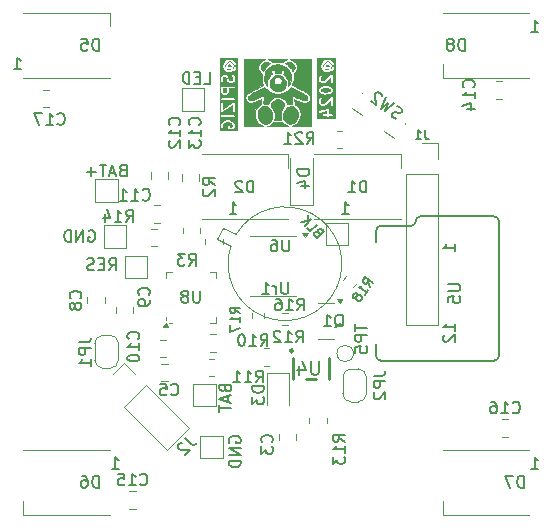
<source format=gbr>
%TF.GenerationSoftware,KiCad,Pcbnew,8.0.1*%
%TF.CreationDate,2024-05-06T20:31:10+02:00*%
%TF.ProjectId,smartknob,736d6172-746b-46e6-9f62-2e6b69636164,rev?*%
%TF.SameCoordinates,Original*%
%TF.FileFunction,Legend,Bot*%
%TF.FilePolarity,Positive*%
%FSLAX46Y46*%
G04 Gerber Fmt 4.6, Leading zero omitted, Abs format (unit mm)*
G04 Created by KiCad (PCBNEW 8.0.1) date 2024-05-06 20:31:10*
%MOMM*%
%LPD*%
G01*
G04 APERTURE LIST*
%ADD10C,0.150000*%
%ADD11C,0.152000*%
%ADD12C,0.120000*%
%ADD13C,0.010000*%
%ADD14C,0.254000*%
G04 APERTURE END LIST*
D10*
G36*
X118748159Y-64643100D02*
G01*
X118828176Y-64681926D01*
X118859504Y-64712171D01*
X118895026Y-64781151D01*
X118895815Y-64841312D01*
X118862767Y-64909421D01*
X118832521Y-64940748D01*
X118758040Y-64979103D01*
X118584668Y-65023706D01*
X118364995Y-65024959D01*
X118191477Y-64982837D01*
X118111461Y-64944012D01*
X118080133Y-64913767D01*
X118044611Y-64844786D01*
X118043822Y-64784625D01*
X118076871Y-64716515D01*
X118107115Y-64685188D01*
X118181596Y-64646834D01*
X118354968Y-64602231D01*
X118574641Y-64600978D01*
X118748159Y-64643100D01*
G37*
G36*
X118732938Y-62634307D02*
G01*
X118764265Y-62664551D01*
X118799787Y-62733532D01*
X118800576Y-62793693D01*
X118767528Y-62861802D01*
X118749055Y-62880936D01*
X118524867Y-62881752D01*
X118508704Y-62866148D01*
X118473182Y-62797167D01*
X118472393Y-62737006D01*
X118505442Y-62668896D01*
X118535686Y-62637569D01*
X118604667Y-62602047D01*
X118664828Y-62601258D01*
X118732938Y-62634307D01*
G37*
G36*
X119298698Y-67235734D02*
G01*
X117736678Y-67235734D01*
X117736678Y-66679492D01*
X117847789Y-66679492D01*
X117857043Y-66707255D01*
X117876217Y-66729362D01*
X117902390Y-66742448D01*
X117931580Y-66744523D01*
X117945917Y-66741263D01*
X118561718Y-66534710D01*
X118562399Y-66834068D01*
X118288520Y-66834648D01*
X118261484Y-66845847D01*
X118240792Y-66866539D01*
X118229593Y-66893575D01*
X118229593Y-66922839D01*
X118240792Y-66949875D01*
X118261484Y-66970567D01*
X118288520Y-66981766D01*
X118303152Y-66983207D01*
X118562737Y-66982657D01*
X118562926Y-67065696D01*
X118574125Y-67092732D01*
X118594817Y-67113424D01*
X118621853Y-67124623D01*
X118651117Y-67124623D01*
X118678153Y-67113424D01*
X118698845Y-67092732D01*
X118710044Y-67065696D01*
X118711485Y-67051064D01*
X118711328Y-66982343D01*
X118984451Y-66981766D01*
X119011487Y-66970567D01*
X119032179Y-66949875D01*
X119043378Y-66922839D01*
X119043378Y-66893575D01*
X119032179Y-66866539D01*
X119011487Y-66845847D01*
X118984451Y-66834648D01*
X118969819Y-66833207D01*
X118710990Y-66833754D01*
X118710081Y-66434088D01*
X118710896Y-66422637D01*
X118710050Y-66420099D01*
X118710044Y-66417385D01*
X118705442Y-66406275D01*
X118701642Y-66394875D01*
X118699876Y-66392839D01*
X118698845Y-66390349D01*
X118690342Y-66381846D01*
X118682468Y-66372767D01*
X118680058Y-66371562D01*
X118678153Y-66369657D01*
X118667041Y-66365054D01*
X118656294Y-66359681D01*
X118653608Y-66359490D01*
X118651117Y-66358458D01*
X118639089Y-66358458D01*
X118627104Y-66357606D01*
X118623357Y-66358458D01*
X118621853Y-66358458D01*
X118620022Y-66359216D01*
X118612767Y-66360866D01*
X117885057Y-66604955D01*
X117862950Y-66624129D01*
X117849864Y-66650302D01*
X117847789Y-66679492D01*
X117736678Y-66679492D01*
X117736678Y-65622493D01*
X117894819Y-65622493D01*
X117896111Y-65849097D01*
X117895408Y-65851207D01*
X117896185Y-65862149D01*
X117896260Y-65875220D01*
X117897291Y-65877709D01*
X117897482Y-65880397D01*
X117902737Y-65894129D01*
X117951429Y-65988685D01*
X117955078Y-65997494D01*
X117957460Y-66000396D01*
X117958188Y-66001810D01*
X117959686Y-66003109D01*
X117964405Y-66008859D01*
X118013440Y-66056200D01*
X118019073Y-66062695D01*
X118022218Y-66064674D01*
X118023389Y-66065805D01*
X118025216Y-66066562D01*
X118031516Y-66070527D01*
X118117405Y-66112202D01*
X118118627Y-66113424D01*
X118127486Y-66117093D01*
X118140485Y-66123401D01*
X118143174Y-66123592D01*
X118145663Y-66124623D01*
X118160295Y-66126064D01*
X118255612Y-66124813D01*
X118264913Y-66125475D01*
X118268567Y-66124643D01*
X118270165Y-66124623D01*
X118271996Y-66123864D01*
X118279250Y-66122215D01*
X118411040Y-66077004D01*
X118413021Y-66077004D01*
X118422570Y-66073048D01*
X118435532Y-66068602D01*
X118437567Y-66066836D01*
X118440058Y-66065805D01*
X118451423Y-66056478D01*
X118895226Y-65611118D01*
X118896260Y-66065696D01*
X118907459Y-66092732D01*
X118928151Y-66113424D01*
X118955187Y-66124623D01*
X118984451Y-66124623D01*
X119011487Y-66113424D01*
X119032179Y-66092732D01*
X119043378Y-66065696D01*
X119044819Y-66051064D01*
X119043378Y-65417385D01*
X119038694Y-65406077D01*
X119032180Y-65390349D01*
X119011487Y-65369657D01*
X118984451Y-65358458D01*
X118955187Y-65358458D01*
X118947268Y-65361737D01*
X118928151Y-65369656D01*
X118916786Y-65378984D01*
X118360599Y-65937121D01*
X118246746Y-65976179D01*
X118179570Y-65977060D01*
X118111461Y-65944012D01*
X118080133Y-65913767D01*
X118044730Y-65845016D01*
X118043574Y-65642280D01*
X118076871Y-65573658D01*
X118127417Y-65521304D01*
X118138616Y-65494268D01*
X118138616Y-65465005D01*
X118127417Y-65437969D01*
X118106724Y-65417276D01*
X118079688Y-65406077D01*
X118050425Y-65406077D01*
X118023389Y-65417276D01*
X118012024Y-65426603D01*
X117964682Y-65475638D01*
X117958188Y-65481271D01*
X117956208Y-65484416D01*
X117955078Y-65485587D01*
X117954320Y-65487414D01*
X117950356Y-65493714D01*
X117908681Y-65579602D01*
X117907459Y-65580825D01*
X117903786Y-65589690D01*
X117897482Y-65602684D01*
X117897291Y-65605371D01*
X117896260Y-65607861D01*
X117894819Y-65622493D01*
X117736678Y-65622493D01*
X117736678Y-64765350D01*
X117894819Y-64765350D01*
X117895924Y-64849656D01*
X117895408Y-64851207D01*
X117896066Y-64860476D01*
X117896260Y-64875220D01*
X117897291Y-64877709D01*
X117897482Y-64880397D01*
X117902737Y-64894129D01*
X117951429Y-64988685D01*
X117955078Y-64997494D01*
X117957460Y-65000396D01*
X117958188Y-65001810D01*
X117959686Y-65003109D01*
X117964405Y-65008859D01*
X118013440Y-65056200D01*
X118019073Y-65062695D01*
X118022218Y-65064674D01*
X118023389Y-65065805D01*
X118025216Y-65066562D01*
X118031516Y-65070527D01*
X118122748Y-65114795D01*
X118128259Y-65118878D01*
X118139274Y-65122813D01*
X118140485Y-65123401D01*
X118141025Y-65123439D01*
X118142105Y-65123825D01*
X118328470Y-65169065D01*
X118336139Y-65172242D01*
X118345253Y-65173139D01*
X118347125Y-65173594D01*
X118348217Y-65173431D01*
X118350771Y-65173683D01*
X118584166Y-65172352D01*
X118592512Y-65173594D01*
X118601583Y-65172252D01*
X118603498Y-65172242D01*
X118604519Y-65171819D01*
X118607056Y-65171444D01*
X118791754Y-65123926D01*
X118799151Y-65123401D01*
X118810133Y-65119198D01*
X118811378Y-65118878D01*
X118811813Y-65118555D01*
X118812883Y-65118146D01*
X118907435Y-65069455D01*
X118916247Y-65065806D01*
X118919151Y-65063422D01*
X118920564Y-65062695D01*
X118921863Y-65061196D01*
X118927612Y-65056479D01*
X118974953Y-65007443D01*
X118981450Y-65001810D01*
X118983429Y-64998664D01*
X118984560Y-64997494D01*
X118985317Y-64995666D01*
X118989282Y-64989367D01*
X119030957Y-64903477D01*
X119032179Y-64902256D01*
X119035848Y-64893396D01*
X119042156Y-64880398D01*
X119042347Y-64877708D01*
X119043378Y-64875220D01*
X119044819Y-64860588D01*
X119043713Y-64776280D01*
X119044230Y-64774730D01*
X119043571Y-64765459D01*
X119043378Y-64750718D01*
X119042347Y-64748229D01*
X119042156Y-64745540D01*
X119036901Y-64731809D01*
X118988209Y-64637254D01*
X118984560Y-64628444D01*
X118982177Y-64625541D01*
X118981450Y-64624128D01*
X118979950Y-64622827D01*
X118975232Y-64617078D01*
X118926195Y-64569736D01*
X118920564Y-64563243D01*
X118917418Y-64561263D01*
X118916247Y-64560132D01*
X118914417Y-64559374D01*
X118908121Y-64555411D01*
X118816889Y-64511144D01*
X118811378Y-64507060D01*
X118800358Y-64503122D01*
X118799151Y-64502537D01*
X118798611Y-64502498D01*
X118797532Y-64502113D01*
X118611166Y-64456872D01*
X118603498Y-64453696D01*
X118594383Y-64452798D01*
X118592512Y-64452344D01*
X118591419Y-64452506D01*
X118588866Y-64452255D01*
X118355470Y-64453585D01*
X118347125Y-64452344D01*
X118338053Y-64453685D01*
X118336139Y-64453696D01*
X118335117Y-64454118D01*
X118332581Y-64454494D01*
X118147882Y-64502011D01*
X118140485Y-64502537D01*
X118129502Y-64506740D01*
X118128259Y-64507060D01*
X118127823Y-64507382D01*
X118126754Y-64507792D01*
X118032199Y-64556483D01*
X118023389Y-64560133D01*
X118020486Y-64562515D01*
X118019073Y-64563243D01*
X118017773Y-64564741D01*
X118012024Y-64569460D01*
X117964682Y-64618495D01*
X117958188Y-64624128D01*
X117956208Y-64627273D01*
X117955078Y-64628444D01*
X117954320Y-64630271D01*
X117950356Y-64636571D01*
X117908681Y-64722459D01*
X117907459Y-64723682D01*
X117903786Y-64732547D01*
X117897482Y-64745541D01*
X117897291Y-64748228D01*
X117896260Y-64750718D01*
X117894819Y-64765350D01*
X117736678Y-64765350D01*
X117736678Y-63717731D01*
X117894819Y-63717731D01*
X117896111Y-63944335D01*
X117895408Y-63946445D01*
X117896185Y-63957387D01*
X117896260Y-63970458D01*
X117897291Y-63972947D01*
X117897482Y-63975635D01*
X117902737Y-63989367D01*
X117951429Y-64083923D01*
X117955078Y-64092732D01*
X117957460Y-64095634D01*
X117958188Y-64097048D01*
X117959686Y-64098347D01*
X117964405Y-64104097D01*
X118013440Y-64151438D01*
X118019073Y-64157933D01*
X118022218Y-64159912D01*
X118023389Y-64161043D01*
X118025216Y-64161800D01*
X118031516Y-64165765D01*
X118117405Y-64207440D01*
X118118627Y-64208662D01*
X118127486Y-64212331D01*
X118140485Y-64218639D01*
X118143174Y-64218830D01*
X118145663Y-64219861D01*
X118160295Y-64221302D01*
X118255612Y-64220051D01*
X118264913Y-64220713D01*
X118268567Y-64219881D01*
X118270165Y-64219861D01*
X118271996Y-64219102D01*
X118279250Y-64217453D01*
X118411040Y-64172242D01*
X118413021Y-64172242D01*
X118422570Y-64168286D01*
X118435532Y-64163840D01*
X118437567Y-64162074D01*
X118440058Y-64161043D01*
X118451423Y-64151716D01*
X118895226Y-63706356D01*
X118896260Y-64160934D01*
X118907459Y-64187970D01*
X118928151Y-64208662D01*
X118955187Y-64219861D01*
X118984451Y-64219861D01*
X119011487Y-64208662D01*
X119032179Y-64187970D01*
X119043378Y-64160934D01*
X119044819Y-64146302D01*
X119043378Y-63512623D01*
X119038694Y-63501315D01*
X119032180Y-63485587D01*
X119011487Y-63464895D01*
X118984451Y-63453696D01*
X118955187Y-63453696D01*
X118947268Y-63456975D01*
X118928151Y-63464894D01*
X118916786Y-63474222D01*
X118360599Y-64032359D01*
X118246746Y-64071417D01*
X118179570Y-64072298D01*
X118111461Y-64039250D01*
X118080133Y-64009005D01*
X118044730Y-63940254D01*
X118043574Y-63737518D01*
X118076871Y-63668896D01*
X118127417Y-63616542D01*
X118138616Y-63589506D01*
X118138616Y-63560243D01*
X118127417Y-63533207D01*
X118106724Y-63512514D01*
X118079688Y-63501315D01*
X118050425Y-63501315D01*
X118023389Y-63512514D01*
X118012024Y-63521841D01*
X117964682Y-63570876D01*
X117958188Y-63576509D01*
X117956208Y-63579654D01*
X117955078Y-63580825D01*
X117954320Y-63582652D01*
X117950356Y-63588952D01*
X117908681Y-63674840D01*
X117907459Y-63676063D01*
X117903786Y-63684928D01*
X117897482Y-63697922D01*
X117897291Y-63700609D01*
X117896260Y-63703099D01*
X117894819Y-63717731D01*
X117736678Y-63717731D01*
X117736678Y-62768996D01*
X118085384Y-62768996D01*
X118087534Y-62783540D01*
X118136495Y-62973852D01*
X118138593Y-62984454D01*
X118139810Y-62986738D01*
X118140100Y-62987862D01*
X118141205Y-62989353D01*
X118145510Y-62997428D01*
X118250064Y-63151662D01*
X118250129Y-63151706D01*
X118250174Y-63151772D01*
X118261549Y-63161088D01*
X118399732Y-63251673D01*
X118404341Y-63256282D01*
X118410918Y-63259006D01*
X118417381Y-63263243D01*
X118424587Y-63264668D01*
X118431377Y-63267481D01*
X118446009Y-63268922D01*
X118446085Y-63268921D01*
X118446088Y-63268922D01*
X118446090Y-63268921D01*
X118672613Y-63267629D01*
X118674723Y-63268333D01*
X118685665Y-63267555D01*
X118698736Y-63267481D01*
X118701225Y-63266449D01*
X118703913Y-63266259D01*
X118717645Y-63261004D01*
X118809029Y-63213944D01*
X118816484Y-63211460D01*
X118820326Y-63208127D01*
X118825326Y-63205553D01*
X118831487Y-63198448D01*
X118838592Y-63192287D01*
X118843253Y-63184881D01*
X118844499Y-63183445D01*
X118844883Y-63182291D01*
X118846424Y-63179844D01*
X118888098Y-63093954D01*
X118889321Y-63092732D01*
X118892992Y-63083867D01*
X118899298Y-63070873D01*
X118899488Y-63068185D01*
X118900520Y-63065696D01*
X118901961Y-63051064D01*
X118900520Y-62988813D01*
X118889321Y-62961777D01*
X118884390Y-62955769D01*
X118886211Y-62954191D01*
X118888190Y-62951045D01*
X118889321Y-62949875D01*
X118890078Y-62948047D01*
X118894043Y-62941748D01*
X118935718Y-62855858D01*
X118936940Y-62854637D01*
X118940609Y-62845777D01*
X118946917Y-62832779D01*
X118947108Y-62830089D01*
X118948139Y-62827601D01*
X118949580Y-62812969D01*
X118948474Y-62728661D01*
X118948991Y-62727111D01*
X118948332Y-62717840D01*
X118948139Y-62703099D01*
X118947108Y-62700610D01*
X118946917Y-62697921D01*
X118941662Y-62684190D01*
X118892970Y-62589635D01*
X118889321Y-62580825D01*
X118886938Y-62577922D01*
X118886211Y-62576509D01*
X118884712Y-62575209D01*
X118879994Y-62569460D01*
X118830958Y-62522118D01*
X118825326Y-62515624D01*
X118822180Y-62513644D01*
X118821010Y-62512514D01*
X118819182Y-62511756D01*
X118812883Y-62507792D01*
X118726994Y-62466117D01*
X118725772Y-62464895D01*
X118716906Y-62461222D01*
X118703913Y-62454918D01*
X118701225Y-62454727D01*
X118698736Y-62453696D01*
X118684104Y-62452255D01*
X118599796Y-62453360D01*
X118598246Y-62452844D01*
X118588975Y-62453502D01*
X118574234Y-62453696D01*
X118571745Y-62454726D01*
X118569056Y-62454918D01*
X118555325Y-62460173D01*
X118460770Y-62508864D01*
X118451960Y-62512514D01*
X118449057Y-62514896D01*
X118447644Y-62515624D01*
X118446344Y-62517122D01*
X118440595Y-62521841D01*
X118393253Y-62570876D01*
X118386759Y-62576509D01*
X118384779Y-62579654D01*
X118383649Y-62580825D01*
X118382891Y-62582652D01*
X118378927Y-62588952D01*
X118337252Y-62674840D01*
X118336030Y-62676063D01*
X118332357Y-62684928D01*
X118326053Y-62697922D01*
X118325862Y-62700609D01*
X118324831Y-62703099D01*
X118323390Y-62717731D01*
X118324495Y-62802037D01*
X118323979Y-62803588D01*
X118324637Y-62812857D01*
X118324831Y-62827601D01*
X118325862Y-62830090D01*
X118326053Y-62832778D01*
X118331308Y-62846510D01*
X118355907Y-62894280D01*
X118336030Y-62914158D01*
X118324831Y-62941194D01*
X118324831Y-62970458D01*
X118336030Y-62997494D01*
X118356722Y-63018186D01*
X118383758Y-63029385D01*
X118398390Y-63030826D01*
X118747744Y-63029553D01*
X118752032Y-63033693D01*
X118724660Y-63090107D01*
X118668532Y-63119010D01*
X118470257Y-63120141D01*
X118358750Y-63047042D01*
X118278283Y-62928339D01*
X118236927Y-62767591D01*
X118275547Y-62608499D01*
X118354791Y-62487617D01*
X118473494Y-62407148D01*
X118634243Y-62365792D01*
X118793336Y-62404412D01*
X118914218Y-62483656D01*
X118994687Y-62602359D01*
X119036043Y-62763108D01*
X118997423Y-62922200D01*
X118900498Y-63070056D01*
X118894819Y-63098763D01*
X118900558Y-63127458D01*
X118916841Y-63151773D01*
X118941191Y-63168005D01*
X118969898Y-63173684D01*
X118998593Y-63167945D01*
X119022908Y-63151662D01*
X119032223Y-63140286D01*
X119126565Y-62996372D01*
X119132871Y-62987862D01*
X119133742Y-62985424D01*
X119134378Y-62984454D01*
X119134736Y-62982639D01*
X119137818Y-62974016D01*
X119181685Y-62793306D01*
X119183280Y-62790649D01*
X119184783Y-62780544D01*
X119187587Y-62768996D01*
X119187044Y-62765350D01*
X119187587Y-62761704D01*
X119185437Y-62747160D01*
X119136475Y-62556847D01*
X119134378Y-62546246D01*
X119133160Y-62543961D01*
X119132871Y-62542838D01*
X119131765Y-62541346D01*
X119127461Y-62533272D01*
X119022907Y-62379039D01*
X119022841Y-62378994D01*
X119022797Y-62378929D01*
X119011422Y-62369613D01*
X118867506Y-62275270D01*
X118858997Y-62268965D01*
X118856559Y-62268094D01*
X118855589Y-62267458D01*
X118853774Y-62267099D01*
X118845151Y-62264018D01*
X118664441Y-62220150D01*
X118661784Y-62218556D01*
X118651679Y-62217052D01*
X118640131Y-62214249D01*
X118636485Y-62214791D01*
X118632839Y-62214249D01*
X118618295Y-62216399D01*
X118427982Y-62265360D01*
X118417381Y-62267458D01*
X118415096Y-62268675D01*
X118413973Y-62268965D01*
X118412481Y-62270070D01*
X118404407Y-62274375D01*
X118250174Y-62378929D01*
X118250129Y-62378994D01*
X118250064Y-62379039D01*
X118240748Y-62390414D01*
X118146400Y-62534334D01*
X118140100Y-62542838D01*
X118139229Y-62545273D01*
X118138593Y-62546245D01*
X118138233Y-62548061D01*
X118135153Y-62556684D01*
X118091285Y-62737393D01*
X118089691Y-62740051D01*
X118088187Y-62750155D01*
X118085384Y-62761704D01*
X118085926Y-62765350D01*
X118085384Y-62768996D01*
X117736678Y-62768996D01*
X117736678Y-62103138D01*
X119298698Y-62103138D01*
X119298698Y-67235734D01*
G37*
G36*
X110119943Y-64935893D02*
G01*
X110086576Y-65004659D01*
X110056331Y-65035987D01*
X109987474Y-65071445D01*
X109879842Y-65072430D01*
X109811461Y-65039250D01*
X109780133Y-65009005D01*
X109744762Y-64940317D01*
X109743704Y-64649769D01*
X110118898Y-64649236D01*
X110119943Y-64935893D01*
G37*
G36*
X110432938Y-62634307D02*
G01*
X110464265Y-62664551D01*
X110499787Y-62733532D01*
X110500576Y-62793693D01*
X110467528Y-62861802D01*
X110449055Y-62880936D01*
X110224867Y-62881752D01*
X110208704Y-62866148D01*
X110173182Y-62797167D01*
X110172393Y-62737006D01*
X110205442Y-62668896D01*
X110235686Y-62637569D01*
X110304667Y-62602047D01*
X110364828Y-62601258D01*
X110432938Y-62634307D01*
G37*
G36*
X110998698Y-68237174D02*
G01*
X109483708Y-68237174D01*
X109483708Y-67765349D01*
X109594819Y-67765349D01*
X109596023Y-67896978D01*
X109595408Y-67898825D01*
X109596133Y-67909039D01*
X109596260Y-67922838D01*
X109597291Y-67925327D01*
X109597482Y-67928015D01*
X109602737Y-67941747D01*
X109658188Y-68049428D01*
X109680296Y-68068601D01*
X109708057Y-68077855D01*
X109737247Y-68075781D01*
X109763422Y-68062693D01*
X109782595Y-68040586D01*
X109791849Y-68012824D01*
X109789775Y-67983634D01*
X109784520Y-67969903D01*
X109744675Y-67892528D01*
X109743653Y-67780776D01*
X109781290Y-67664495D01*
X109854080Y-67590286D01*
X109929215Y-67551595D01*
X110102645Y-67506977D01*
X110227417Y-67505835D01*
X110400540Y-67547861D01*
X110480350Y-67586587D01*
X110556076Y-67660864D01*
X110594934Y-67774134D01*
X110595870Y-67845513D01*
X110558262Y-67961705D01*
X110544279Y-67976188D01*
X110315727Y-67977134D01*
X110314806Y-67845955D01*
X110303607Y-67818919D01*
X110282915Y-67798227D01*
X110255879Y-67787028D01*
X110226615Y-67787028D01*
X110199579Y-67798227D01*
X110178887Y-67818919D01*
X110167688Y-67845955D01*
X110166247Y-67860587D01*
X110167688Y-68065694D01*
X110167688Y-68065695D01*
X110178887Y-68092731D01*
X110199579Y-68113423D01*
X110226615Y-68124622D01*
X110241247Y-68126063D01*
X110589212Y-68124622D01*
X110600410Y-68119983D01*
X110616247Y-68113424D01*
X110627612Y-68104097D01*
X110667027Y-68063271D01*
X110668183Y-68062694D01*
X110673466Y-68056602D01*
X110684560Y-68045112D01*
X110685590Y-68042623D01*
X110687357Y-68040587D01*
X110693351Y-68027161D01*
X110739500Y-67884579D01*
X110743378Y-67875219D01*
X110743748Y-67871455D01*
X110744230Y-67869968D01*
X110744089Y-67867993D01*
X110744819Y-67860587D01*
X110743568Y-67765268D01*
X110744230Y-67755968D01*
X110743398Y-67752313D01*
X110743378Y-67750717D01*
X110742619Y-67748886D01*
X110740970Y-67741631D01*
X110695759Y-67609840D01*
X110695759Y-67607860D01*
X110691802Y-67598307D01*
X110687357Y-67585349D01*
X110685592Y-67583314D01*
X110684561Y-67580824D01*
X110675233Y-67569459D01*
X110579468Y-67475526D01*
X110572945Y-67468004D01*
X110569748Y-67465991D01*
X110568628Y-67464893D01*
X110566798Y-67464135D01*
X110560502Y-67460172D01*
X110469270Y-67415905D01*
X110463759Y-67411821D01*
X110452739Y-67407883D01*
X110451532Y-67407298D01*
X110450992Y-67407259D01*
X110449913Y-67406874D01*
X110263547Y-67361633D01*
X110255879Y-67358457D01*
X110246764Y-67357559D01*
X110244893Y-67357105D01*
X110243800Y-67357267D01*
X110241247Y-67357016D01*
X110102667Y-67358283D01*
X110094744Y-67357105D01*
X110085719Y-67358439D01*
X110083758Y-67358457D01*
X110082736Y-67358879D01*
X110080200Y-67359255D01*
X109895501Y-67406772D01*
X109888104Y-67407298D01*
X109877121Y-67411501D01*
X109875878Y-67411821D01*
X109875442Y-67412143D01*
X109874373Y-67412553D01*
X109779823Y-67461241D01*
X109771008Y-67464893D01*
X109768102Y-67467277D01*
X109766692Y-67468004D01*
X109765393Y-67469500D01*
X109759643Y-67474221D01*
X109673158Y-67562391D01*
X109671455Y-67563243D01*
X109664826Y-67570885D01*
X109655078Y-67580824D01*
X109654046Y-67583314D01*
X109652281Y-67585350D01*
X109646287Y-67598775D01*
X109600138Y-67741353D01*
X109596260Y-67750717D01*
X109595889Y-67754482D01*
X109595408Y-67755969D01*
X109595548Y-67757943D01*
X109594819Y-67765349D01*
X109483708Y-67765349D01*
X109483708Y-67018077D01*
X109596260Y-67018077D01*
X109607459Y-67045113D01*
X109628151Y-67065805D01*
X109655187Y-67077004D01*
X109669819Y-67078445D01*
X110684451Y-67077004D01*
X110711487Y-67065805D01*
X110732179Y-67045113D01*
X110743378Y-67018077D01*
X110743378Y-66988813D01*
X110732179Y-66961777D01*
X110711487Y-66941085D01*
X110684451Y-66929886D01*
X110669819Y-66928445D01*
X109655187Y-66929886D01*
X109628151Y-66941085D01*
X109607459Y-66961777D01*
X109596260Y-66988813D01*
X109596260Y-67018077D01*
X109483708Y-67018077D01*
X109483708Y-66622413D01*
X109594819Y-66622413D01*
X109596244Y-66629617D01*
X109596260Y-66637124D01*
X109599072Y-66643912D01*
X109600498Y-66651121D01*
X109604617Y-66657299D01*
X109607459Y-66664160D01*
X109612654Y-66669355D01*
X109616731Y-66675470D01*
X109622900Y-66679601D01*
X109628151Y-66684852D01*
X109634940Y-66687664D01*
X109641046Y-66691753D01*
X109648326Y-66693209D01*
X109655187Y-66696051D01*
X109662535Y-66696051D01*
X109669740Y-66697492D01*
X109677024Y-66696051D01*
X109684451Y-66696051D01*
X109691239Y-66693238D01*
X109698448Y-66691813D01*
X109711421Y-66684896D01*
X110595111Y-66094256D01*
X110596260Y-66637124D01*
X110607459Y-66664160D01*
X110628151Y-66684852D01*
X110655187Y-66696051D01*
X110684451Y-66696051D01*
X110711487Y-66684852D01*
X110732179Y-66664160D01*
X110743378Y-66637124D01*
X110744819Y-66622492D01*
X110743423Y-65962880D01*
X110744819Y-65955905D01*
X110743393Y-65948700D01*
X110743378Y-65941194D01*
X110740565Y-65934405D01*
X110739140Y-65927197D01*
X110735020Y-65921018D01*
X110732179Y-65914158D01*
X110726983Y-65908962D01*
X110722907Y-65902848D01*
X110716737Y-65898716D01*
X110711487Y-65893466D01*
X110704697Y-65890653D01*
X110698592Y-65886565D01*
X110691311Y-65885108D01*
X110684451Y-65882267D01*
X110677103Y-65882267D01*
X110669898Y-65880826D01*
X110662614Y-65882267D01*
X110655187Y-65882267D01*
X110648398Y-65885079D01*
X110641190Y-65886505D01*
X110628216Y-65893422D01*
X109744526Y-66484061D01*
X109743378Y-65941194D01*
X109732179Y-65914158D01*
X109711487Y-65893466D01*
X109684451Y-65882267D01*
X109655187Y-65882267D01*
X109628151Y-65893466D01*
X109607459Y-65914158D01*
X109596260Y-65941194D01*
X109594819Y-65955826D01*
X109596214Y-66615437D01*
X109594819Y-66622413D01*
X109483708Y-66622413D01*
X109483708Y-65589506D01*
X109596260Y-65589506D01*
X109607459Y-65616542D01*
X109628151Y-65637234D01*
X109655187Y-65648433D01*
X109669819Y-65649874D01*
X110684451Y-65648433D01*
X110711487Y-65637234D01*
X110732179Y-65616542D01*
X110743378Y-65589506D01*
X110743378Y-65560242D01*
X110732179Y-65533206D01*
X110711487Y-65512514D01*
X110684451Y-65501315D01*
X110669819Y-65499874D01*
X109655187Y-65501315D01*
X109628151Y-65512514D01*
X109607459Y-65533206D01*
X109596260Y-65560242D01*
X109596260Y-65589506D01*
X109483708Y-65589506D01*
X109483708Y-64574874D01*
X109594819Y-64574874D01*
X109596164Y-64944176D01*
X109595408Y-64946445D01*
X109596213Y-64957786D01*
X109596260Y-64970458D01*
X109597291Y-64972947D01*
X109597482Y-64975635D01*
X109602737Y-64989367D01*
X109651429Y-65083923D01*
X109655078Y-65092732D01*
X109657460Y-65095634D01*
X109658188Y-65097048D01*
X109659686Y-65098347D01*
X109664405Y-65104097D01*
X109713440Y-65151438D01*
X109719073Y-65157933D01*
X109722218Y-65159912D01*
X109723389Y-65161043D01*
X109725216Y-65161800D01*
X109731516Y-65165765D01*
X109817405Y-65207440D01*
X109818627Y-65208662D01*
X109827486Y-65212331D01*
X109840485Y-65218639D01*
X109843174Y-65218830D01*
X109845663Y-65219861D01*
X109860295Y-65221302D01*
X109991924Y-65220097D01*
X109993771Y-65220713D01*
X110003985Y-65219987D01*
X110017784Y-65219861D01*
X110020273Y-65218829D01*
X110022961Y-65218639D01*
X110036693Y-65213384D01*
X110131249Y-65164691D01*
X110140058Y-65161043D01*
X110142960Y-65158660D01*
X110144374Y-65157933D01*
X110145673Y-65156434D01*
X110151423Y-65151716D01*
X110198764Y-65102680D01*
X110205259Y-65097048D01*
X110207238Y-65093902D01*
X110208369Y-65092732D01*
X110209126Y-65090904D01*
X110213091Y-65084605D01*
X110254766Y-64998715D01*
X110255988Y-64997494D01*
X110259657Y-64988634D01*
X110265965Y-64975636D01*
X110266156Y-64972946D01*
X110267187Y-64970458D01*
X110268628Y-64955826D01*
X110267510Y-64649025D01*
X110684451Y-64648433D01*
X110711487Y-64637234D01*
X110732179Y-64616542D01*
X110743378Y-64589506D01*
X110743378Y-64560242D01*
X110732179Y-64533206D01*
X110711487Y-64512514D01*
X110684451Y-64501315D01*
X110669819Y-64499874D01*
X109655187Y-64501315D01*
X109628151Y-64512514D01*
X109607459Y-64533206D01*
X109596260Y-64560242D01*
X109594819Y-64574874D01*
X109483708Y-64574874D01*
X109483708Y-63765350D01*
X109594819Y-63765350D01*
X109596169Y-64002119D01*
X109595408Y-64012825D01*
X109596251Y-64016533D01*
X109596260Y-64018077D01*
X109597018Y-64019908D01*
X109598668Y-64027162D01*
X109652281Y-64183444D01*
X109671455Y-64205551D01*
X109697628Y-64218638D01*
X109726818Y-64220713D01*
X109754580Y-64211459D01*
X109776688Y-64192285D01*
X109789774Y-64166111D01*
X109791849Y-64136921D01*
X109788589Y-64122584D01*
X109744770Y-63994851D01*
X109743574Y-63785137D01*
X109776871Y-63716515D01*
X109807115Y-63685188D01*
X109876096Y-63649666D01*
X109936257Y-63648877D01*
X110004367Y-63681926D01*
X110035694Y-63712170D01*
X110074048Y-63786651D01*
X110120765Y-63968238D01*
X110121291Y-63975635D01*
X110125493Y-63986617D01*
X110125814Y-63987862D01*
X110126136Y-63988297D01*
X110126546Y-63989367D01*
X110175238Y-64083923D01*
X110178887Y-64092732D01*
X110181269Y-64095634D01*
X110181997Y-64097048D01*
X110183495Y-64098347D01*
X110188214Y-64104097D01*
X110237249Y-64151438D01*
X110242882Y-64157933D01*
X110246027Y-64159912D01*
X110247198Y-64161043D01*
X110249025Y-64161800D01*
X110255325Y-64165765D01*
X110341214Y-64207440D01*
X110342436Y-64208662D01*
X110351295Y-64212331D01*
X110364294Y-64218639D01*
X110366983Y-64218830D01*
X110369472Y-64219861D01*
X110384104Y-64221302D01*
X110468410Y-64220196D01*
X110469961Y-64220713D01*
X110479230Y-64220054D01*
X110493974Y-64219861D01*
X110496463Y-64218829D01*
X110499151Y-64218639D01*
X110512883Y-64213384D01*
X110607435Y-64164693D01*
X110616247Y-64161044D01*
X110619151Y-64158660D01*
X110620564Y-64157933D01*
X110621863Y-64156434D01*
X110627612Y-64151717D01*
X110674953Y-64102681D01*
X110681450Y-64097048D01*
X110683429Y-64093902D01*
X110684560Y-64092732D01*
X110685317Y-64090904D01*
X110689282Y-64084605D01*
X110730957Y-63998715D01*
X110732179Y-63997494D01*
X110735848Y-63988634D01*
X110742156Y-63975636D01*
X110742347Y-63972946D01*
X110743378Y-63970458D01*
X110744819Y-63955826D01*
X110743468Y-63719055D01*
X110744230Y-63708350D01*
X110743386Y-63704641D01*
X110743378Y-63703099D01*
X110742619Y-63701268D01*
X110740970Y-63694013D01*
X110687357Y-63537731D01*
X110668183Y-63515624D01*
X110642010Y-63502538D01*
X110612820Y-63500463D01*
X110585057Y-63509717D01*
X110562950Y-63528891D01*
X110549864Y-63555064D01*
X110547789Y-63584254D01*
X110551049Y-63598591D01*
X110594867Y-63726323D01*
X110596063Y-63936038D01*
X110562767Y-64004659D01*
X110532521Y-64035986D01*
X110463540Y-64071509D01*
X110403379Y-64072298D01*
X110335270Y-64039250D01*
X110303942Y-64009005D01*
X110265588Y-63934524D01*
X110218871Y-63752937D01*
X110218346Y-63745540D01*
X110214142Y-63734557D01*
X110213823Y-63733314D01*
X110213500Y-63732878D01*
X110213091Y-63731809D01*
X110164399Y-63637254D01*
X110160750Y-63628444D01*
X110158367Y-63625541D01*
X110157640Y-63624128D01*
X110156141Y-63622828D01*
X110151423Y-63617079D01*
X110102387Y-63569737D01*
X110096755Y-63563243D01*
X110093609Y-63561263D01*
X110092439Y-63560133D01*
X110090611Y-63559375D01*
X110084312Y-63555411D01*
X109998423Y-63513736D01*
X109997201Y-63512514D01*
X109988335Y-63508841D01*
X109975342Y-63502537D01*
X109972654Y-63502346D01*
X109970165Y-63501315D01*
X109955533Y-63499874D01*
X109871225Y-63500979D01*
X109869675Y-63500463D01*
X109860404Y-63501121D01*
X109845663Y-63501315D01*
X109843174Y-63502345D01*
X109840485Y-63502537D01*
X109826754Y-63507792D01*
X109732199Y-63556483D01*
X109723389Y-63560133D01*
X109720486Y-63562515D01*
X109719073Y-63563243D01*
X109717773Y-63564741D01*
X109712024Y-63569460D01*
X109664682Y-63618495D01*
X109658188Y-63624128D01*
X109656208Y-63627273D01*
X109655078Y-63628444D01*
X109654320Y-63630271D01*
X109650356Y-63636571D01*
X109608681Y-63722459D01*
X109607459Y-63723682D01*
X109603786Y-63732547D01*
X109597482Y-63745541D01*
X109597291Y-63748228D01*
X109596260Y-63750718D01*
X109594819Y-63765350D01*
X109483708Y-63765350D01*
X109483708Y-62768996D01*
X109785384Y-62768996D01*
X109787534Y-62783540D01*
X109836495Y-62973852D01*
X109838593Y-62984454D01*
X109839810Y-62986738D01*
X109840100Y-62987862D01*
X109841205Y-62989353D01*
X109845510Y-62997428D01*
X109950064Y-63151662D01*
X109950129Y-63151706D01*
X109950174Y-63151772D01*
X109961549Y-63161088D01*
X110099732Y-63251673D01*
X110104341Y-63256282D01*
X110110918Y-63259006D01*
X110117381Y-63263243D01*
X110124587Y-63264668D01*
X110131377Y-63267481D01*
X110146009Y-63268922D01*
X110146085Y-63268921D01*
X110146088Y-63268922D01*
X110146090Y-63268921D01*
X110372613Y-63267629D01*
X110374723Y-63268333D01*
X110385665Y-63267555D01*
X110398736Y-63267481D01*
X110401225Y-63266449D01*
X110403913Y-63266259D01*
X110417645Y-63261004D01*
X110509029Y-63213944D01*
X110516484Y-63211460D01*
X110520326Y-63208127D01*
X110525326Y-63205553D01*
X110531487Y-63198448D01*
X110538592Y-63192287D01*
X110543253Y-63184881D01*
X110544499Y-63183445D01*
X110544883Y-63182291D01*
X110546424Y-63179844D01*
X110588098Y-63093954D01*
X110589321Y-63092732D01*
X110592992Y-63083867D01*
X110599298Y-63070873D01*
X110599488Y-63068185D01*
X110600520Y-63065696D01*
X110601961Y-63051064D01*
X110600520Y-62988813D01*
X110589321Y-62961777D01*
X110584390Y-62955769D01*
X110586211Y-62954191D01*
X110588190Y-62951045D01*
X110589321Y-62949875D01*
X110590078Y-62948047D01*
X110594043Y-62941748D01*
X110635718Y-62855858D01*
X110636940Y-62854637D01*
X110640609Y-62845777D01*
X110646917Y-62832779D01*
X110647108Y-62830089D01*
X110648139Y-62827601D01*
X110649580Y-62812969D01*
X110648474Y-62728661D01*
X110648991Y-62727111D01*
X110648332Y-62717840D01*
X110648139Y-62703099D01*
X110647108Y-62700610D01*
X110646917Y-62697921D01*
X110641662Y-62684190D01*
X110592970Y-62589635D01*
X110589321Y-62580825D01*
X110586938Y-62577922D01*
X110586211Y-62576509D01*
X110584712Y-62575209D01*
X110579994Y-62569460D01*
X110530958Y-62522118D01*
X110525326Y-62515624D01*
X110522180Y-62513644D01*
X110521010Y-62512514D01*
X110519182Y-62511756D01*
X110512883Y-62507792D01*
X110426994Y-62466117D01*
X110425772Y-62464895D01*
X110416906Y-62461222D01*
X110403913Y-62454918D01*
X110401225Y-62454727D01*
X110398736Y-62453696D01*
X110384104Y-62452255D01*
X110299796Y-62453360D01*
X110298246Y-62452844D01*
X110288975Y-62453502D01*
X110274234Y-62453696D01*
X110271745Y-62454726D01*
X110269056Y-62454918D01*
X110255325Y-62460173D01*
X110160770Y-62508864D01*
X110151960Y-62512514D01*
X110149057Y-62514896D01*
X110147644Y-62515624D01*
X110146344Y-62517122D01*
X110140595Y-62521841D01*
X110093253Y-62570876D01*
X110086759Y-62576509D01*
X110084779Y-62579654D01*
X110083649Y-62580825D01*
X110082891Y-62582652D01*
X110078927Y-62588952D01*
X110037252Y-62674840D01*
X110036030Y-62676063D01*
X110032357Y-62684928D01*
X110026053Y-62697922D01*
X110025862Y-62700609D01*
X110024831Y-62703099D01*
X110023390Y-62717731D01*
X110024495Y-62802037D01*
X110023979Y-62803588D01*
X110024637Y-62812857D01*
X110024831Y-62827601D01*
X110025862Y-62830090D01*
X110026053Y-62832778D01*
X110031308Y-62846510D01*
X110055907Y-62894280D01*
X110036030Y-62914158D01*
X110024831Y-62941194D01*
X110024831Y-62970458D01*
X110036030Y-62997494D01*
X110056722Y-63018186D01*
X110083758Y-63029385D01*
X110098390Y-63030826D01*
X110447744Y-63029553D01*
X110452032Y-63033693D01*
X110424660Y-63090107D01*
X110368532Y-63119010D01*
X110170257Y-63120141D01*
X110058750Y-63047042D01*
X109978283Y-62928339D01*
X109936927Y-62767591D01*
X109975547Y-62608499D01*
X110054791Y-62487617D01*
X110173494Y-62407148D01*
X110334243Y-62365792D01*
X110493336Y-62404412D01*
X110614218Y-62483656D01*
X110694687Y-62602359D01*
X110736043Y-62763108D01*
X110697423Y-62922200D01*
X110600498Y-63070056D01*
X110594819Y-63098763D01*
X110600558Y-63127458D01*
X110616841Y-63151773D01*
X110641191Y-63168005D01*
X110669898Y-63173684D01*
X110698593Y-63167945D01*
X110722908Y-63151662D01*
X110732223Y-63140286D01*
X110826565Y-62996372D01*
X110832871Y-62987862D01*
X110833742Y-62985424D01*
X110834378Y-62984454D01*
X110834736Y-62982639D01*
X110837818Y-62974016D01*
X110881685Y-62793306D01*
X110883280Y-62790649D01*
X110884783Y-62780544D01*
X110887587Y-62768996D01*
X110887044Y-62765350D01*
X110887587Y-62761704D01*
X110885437Y-62747160D01*
X110836475Y-62556847D01*
X110834378Y-62546246D01*
X110833160Y-62543961D01*
X110832871Y-62542838D01*
X110831765Y-62541346D01*
X110827461Y-62533272D01*
X110722907Y-62379039D01*
X110722841Y-62378994D01*
X110722797Y-62378929D01*
X110711422Y-62369613D01*
X110567506Y-62275270D01*
X110558997Y-62268965D01*
X110556559Y-62268094D01*
X110555589Y-62267458D01*
X110553774Y-62267099D01*
X110545151Y-62264018D01*
X110364441Y-62220150D01*
X110361784Y-62218556D01*
X110351679Y-62217052D01*
X110340131Y-62214249D01*
X110336485Y-62214791D01*
X110332839Y-62214249D01*
X110318295Y-62216399D01*
X110127982Y-62265360D01*
X110117381Y-62267458D01*
X110115096Y-62268675D01*
X110113973Y-62268965D01*
X110112481Y-62270070D01*
X110104407Y-62274375D01*
X109950174Y-62378929D01*
X109950129Y-62378994D01*
X109950064Y-62379039D01*
X109940748Y-62390414D01*
X109846400Y-62534334D01*
X109840100Y-62542838D01*
X109839229Y-62545273D01*
X109838593Y-62546245D01*
X109838233Y-62548061D01*
X109835153Y-62556684D01*
X109791285Y-62737393D01*
X109789691Y-62740051D01*
X109788187Y-62750155D01*
X109785384Y-62761704D01*
X109785926Y-62765350D01*
X109785384Y-62768996D01*
X109483708Y-62768996D01*
X109483708Y-62103138D01*
X110998698Y-62103138D01*
X110998698Y-68237174D01*
G37*
X116842857Y-69354819D02*
X117176190Y-68878628D01*
X117414285Y-69354819D02*
X117414285Y-68354819D01*
X117414285Y-68354819D02*
X117033333Y-68354819D01*
X117033333Y-68354819D02*
X116938095Y-68402438D01*
X116938095Y-68402438D02*
X116890476Y-68450057D01*
X116890476Y-68450057D02*
X116842857Y-68545295D01*
X116842857Y-68545295D02*
X116842857Y-68688152D01*
X116842857Y-68688152D02*
X116890476Y-68783390D01*
X116890476Y-68783390D02*
X116938095Y-68831009D01*
X116938095Y-68831009D02*
X117033333Y-68878628D01*
X117033333Y-68878628D02*
X117414285Y-68878628D01*
X116461904Y-68450057D02*
X116414285Y-68402438D01*
X116414285Y-68402438D02*
X116319047Y-68354819D01*
X116319047Y-68354819D02*
X116080952Y-68354819D01*
X116080952Y-68354819D02*
X115985714Y-68402438D01*
X115985714Y-68402438D02*
X115938095Y-68450057D01*
X115938095Y-68450057D02*
X115890476Y-68545295D01*
X115890476Y-68545295D02*
X115890476Y-68640533D01*
X115890476Y-68640533D02*
X115938095Y-68783390D01*
X115938095Y-68783390D02*
X116509523Y-69354819D01*
X116509523Y-69354819D02*
X115890476Y-69354819D01*
X114938095Y-69354819D02*
X115509523Y-69354819D01*
X115223809Y-69354819D02*
X115223809Y-68354819D01*
X115223809Y-68354819D02*
X115319047Y-68497676D01*
X115319047Y-68497676D02*
X115414285Y-68592914D01*
X115414285Y-68592914D02*
X115509523Y-68640533D01*
X102942857Y-74059580D02*
X102990476Y-74107200D01*
X102990476Y-74107200D02*
X103133333Y-74154819D01*
X103133333Y-74154819D02*
X103228571Y-74154819D01*
X103228571Y-74154819D02*
X103371428Y-74107200D01*
X103371428Y-74107200D02*
X103466666Y-74011961D01*
X103466666Y-74011961D02*
X103514285Y-73916723D01*
X103514285Y-73916723D02*
X103561904Y-73726247D01*
X103561904Y-73726247D02*
X103561904Y-73583390D01*
X103561904Y-73583390D02*
X103514285Y-73392914D01*
X103514285Y-73392914D02*
X103466666Y-73297676D01*
X103466666Y-73297676D02*
X103371428Y-73202438D01*
X103371428Y-73202438D02*
X103228571Y-73154819D01*
X103228571Y-73154819D02*
X103133333Y-73154819D01*
X103133333Y-73154819D02*
X102990476Y-73202438D01*
X102990476Y-73202438D02*
X102942857Y-73250057D01*
X101990476Y-74154819D02*
X102561904Y-74154819D01*
X102276190Y-74154819D02*
X102276190Y-73154819D01*
X102276190Y-73154819D02*
X102371428Y-73297676D01*
X102371428Y-73297676D02*
X102466666Y-73392914D01*
X102466666Y-73392914D02*
X102561904Y-73440533D01*
X101038095Y-74154819D02*
X101609523Y-74154819D01*
X101323809Y-74154819D02*
X101323809Y-73154819D01*
X101323809Y-73154819D02*
X101419047Y-73297676D01*
X101419047Y-73297676D02*
X101514285Y-73392914D01*
X101514285Y-73392914D02*
X101609523Y-73440533D01*
X134280357Y-92079580D02*
X134327976Y-92127200D01*
X134327976Y-92127200D02*
X134470833Y-92174819D01*
X134470833Y-92174819D02*
X134566071Y-92174819D01*
X134566071Y-92174819D02*
X134708928Y-92127200D01*
X134708928Y-92127200D02*
X134804166Y-92031961D01*
X134804166Y-92031961D02*
X134851785Y-91936723D01*
X134851785Y-91936723D02*
X134899404Y-91746247D01*
X134899404Y-91746247D02*
X134899404Y-91603390D01*
X134899404Y-91603390D02*
X134851785Y-91412914D01*
X134851785Y-91412914D02*
X134804166Y-91317676D01*
X134804166Y-91317676D02*
X134708928Y-91222438D01*
X134708928Y-91222438D02*
X134566071Y-91174819D01*
X134566071Y-91174819D02*
X134470833Y-91174819D01*
X134470833Y-91174819D02*
X134327976Y-91222438D01*
X134327976Y-91222438D02*
X134280357Y-91270057D01*
X133327976Y-92174819D02*
X133899404Y-92174819D01*
X133613690Y-92174819D02*
X133613690Y-91174819D01*
X133613690Y-91174819D02*
X133708928Y-91317676D01*
X133708928Y-91317676D02*
X133804166Y-91412914D01*
X133804166Y-91412914D02*
X133899404Y-91460533D01*
X132470833Y-91174819D02*
X132661309Y-91174819D01*
X132661309Y-91174819D02*
X132756547Y-91222438D01*
X132756547Y-91222438D02*
X132804166Y-91270057D01*
X132804166Y-91270057D02*
X132899404Y-91412914D01*
X132899404Y-91412914D02*
X132947023Y-91603390D01*
X132947023Y-91603390D02*
X132947023Y-91984342D01*
X132947023Y-91984342D02*
X132899404Y-92079580D01*
X132899404Y-92079580D02*
X132851785Y-92127200D01*
X132851785Y-92127200D02*
X132756547Y-92174819D01*
X132756547Y-92174819D02*
X132566071Y-92174819D01*
X132566071Y-92174819D02*
X132470833Y-92127200D01*
X132470833Y-92127200D02*
X132423214Y-92079580D01*
X132423214Y-92079580D02*
X132375595Y-91984342D01*
X132375595Y-91984342D02*
X132375595Y-91746247D01*
X132375595Y-91746247D02*
X132423214Y-91651009D01*
X132423214Y-91651009D02*
X132470833Y-91603390D01*
X132470833Y-91603390D02*
X132566071Y-91555771D01*
X132566071Y-91555771D02*
X132756547Y-91555771D01*
X132756547Y-91555771D02*
X132851785Y-91603390D01*
X132851785Y-91603390D02*
X132899404Y-91651009D01*
X132899404Y-91651009D02*
X132947023Y-91746247D01*
X115942857Y-86154819D02*
X116276190Y-85678628D01*
X116514285Y-86154819D02*
X116514285Y-85154819D01*
X116514285Y-85154819D02*
X116133333Y-85154819D01*
X116133333Y-85154819D02*
X116038095Y-85202438D01*
X116038095Y-85202438D02*
X115990476Y-85250057D01*
X115990476Y-85250057D02*
X115942857Y-85345295D01*
X115942857Y-85345295D02*
X115942857Y-85488152D01*
X115942857Y-85488152D02*
X115990476Y-85583390D01*
X115990476Y-85583390D02*
X116038095Y-85631009D01*
X116038095Y-85631009D02*
X116133333Y-85678628D01*
X116133333Y-85678628D02*
X116514285Y-85678628D01*
X114990476Y-86154819D02*
X115561904Y-86154819D01*
X115276190Y-86154819D02*
X115276190Y-85154819D01*
X115276190Y-85154819D02*
X115371428Y-85297676D01*
X115371428Y-85297676D02*
X115466666Y-85392914D01*
X115466666Y-85392914D02*
X115561904Y-85440533D01*
X114609523Y-85250057D02*
X114561904Y-85202438D01*
X114561904Y-85202438D02*
X114466666Y-85154819D01*
X114466666Y-85154819D02*
X114228571Y-85154819D01*
X114228571Y-85154819D02*
X114133333Y-85202438D01*
X114133333Y-85202438D02*
X114085714Y-85250057D01*
X114085714Y-85250057D02*
X114038095Y-85345295D01*
X114038095Y-85345295D02*
X114038095Y-85440533D01*
X114038095Y-85440533D02*
X114085714Y-85583390D01*
X114085714Y-85583390D02*
X114657142Y-86154819D01*
X114657142Y-86154819D02*
X114038095Y-86154819D01*
X128829819Y-81238095D02*
X129639342Y-81238095D01*
X129639342Y-81238095D02*
X129734580Y-81285714D01*
X129734580Y-81285714D02*
X129782200Y-81333333D01*
X129782200Y-81333333D02*
X129829819Y-81428571D01*
X129829819Y-81428571D02*
X129829819Y-81619047D01*
X129829819Y-81619047D02*
X129782200Y-81714285D01*
X129782200Y-81714285D02*
X129734580Y-81761904D01*
X129734580Y-81761904D02*
X129639342Y-81809523D01*
X129639342Y-81809523D02*
X128829819Y-81809523D01*
X128829819Y-82761904D02*
X128829819Y-82285714D01*
X128829819Y-82285714D02*
X129306009Y-82238095D01*
X129306009Y-82238095D02*
X129258390Y-82285714D01*
X129258390Y-82285714D02*
X129210771Y-82380952D01*
X129210771Y-82380952D02*
X129210771Y-82619047D01*
X129210771Y-82619047D02*
X129258390Y-82714285D01*
X129258390Y-82714285D02*
X129306009Y-82761904D01*
X129306009Y-82761904D02*
X129401247Y-82809523D01*
X129401247Y-82809523D02*
X129639342Y-82809523D01*
X129639342Y-82809523D02*
X129734580Y-82761904D01*
X129734580Y-82761904D02*
X129782200Y-82714285D01*
X129782200Y-82714285D02*
X129829819Y-82619047D01*
X129829819Y-82619047D02*
X129829819Y-82380952D01*
X129829819Y-82380952D02*
X129782200Y-82285714D01*
X129782200Y-82285714D02*
X129734580Y-82238095D01*
X129379819Y-78435714D02*
X129379819Y-77864286D01*
X129379819Y-78150000D02*
X128379819Y-78150000D01*
X128379819Y-78150000D02*
X128522676Y-78054762D01*
X128522676Y-78054762D02*
X128617914Y-77959524D01*
X128617914Y-77959524D02*
X128665533Y-77864286D01*
X129379819Y-85159523D02*
X129379819Y-84588095D01*
X129379819Y-84873809D02*
X128379819Y-84873809D01*
X128379819Y-84873809D02*
X128522676Y-84778571D01*
X128522676Y-84778571D02*
X128617914Y-84683333D01*
X128617914Y-84683333D02*
X128665533Y-84588095D01*
X128475057Y-85540476D02*
X128427438Y-85588095D01*
X128427438Y-85588095D02*
X128379819Y-85683333D01*
X128379819Y-85683333D02*
X128379819Y-85921428D01*
X128379819Y-85921428D02*
X128427438Y-86016666D01*
X128427438Y-86016666D02*
X128475057Y-86064285D01*
X128475057Y-86064285D02*
X128570295Y-86111904D01*
X128570295Y-86111904D02*
X128665533Y-86111904D01*
X128665533Y-86111904D02*
X128808390Y-86064285D01*
X128808390Y-86064285D02*
X129379819Y-85492857D01*
X129379819Y-85492857D02*
X129379819Y-86111904D01*
X116042857Y-83454819D02*
X116376190Y-82978628D01*
X116614285Y-83454819D02*
X116614285Y-82454819D01*
X116614285Y-82454819D02*
X116233333Y-82454819D01*
X116233333Y-82454819D02*
X116138095Y-82502438D01*
X116138095Y-82502438D02*
X116090476Y-82550057D01*
X116090476Y-82550057D02*
X116042857Y-82645295D01*
X116042857Y-82645295D02*
X116042857Y-82788152D01*
X116042857Y-82788152D02*
X116090476Y-82883390D01*
X116090476Y-82883390D02*
X116138095Y-82931009D01*
X116138095Y-82931009D02*
X116233333Y-82978628D01*
X116233333Y-82978628D02*
X116614285Y-82978628D01*
X115090476Y-83454819D02*
X115661904Y-83454819D01*
X115376190Y-83454819D02*
X115376190Y-82454819D01*
X115376190Y-82454819D02*
X115471428Y-82597676D01*
X115471428Y-82597676D02*
X115566666Y-82692914D01*
X115566666Y-82692914D02*
X115661904Y-82740533D01*
X114233333Y-82454819D02*
X114423809Y-82454819D01*
X114423809Y-82454819D02*
X114519047Y-82502438D01*
X114519047Y-82502438D02*
X114566666Y-82550057D01*
X114566666Y-82550057D02*
X114661904Y-82692914D01*
X114661904Y-82692914D02*
X114709523Y-82883390D01*
X114709523Y-82883390D02*
X114709523Y-83264342D01*
X114709523Y-83264342D02*
X114661904Y-83359580D01*
X114661904Y-83359580D02*
X114614285Y-83407200D01*
X114614285Y-83407200D02*
X114519047Y-83454819D01*
X114519047Y-83454819D02*
X114328571Y-83454819D01*
X114328571Y-83454819D02*
X114233333Y-83407200D01*
X114233333Y-83407200D02*
X114185714Y-83359580D01*
X114185714Y-83359580D02*
X114138095Y-83264342D01*
X114138095Y-83264342D02*
X114138095Y-83026247D01*
X114138095Y-83026247D02*
X114185714Y-82931009D01*
X114185714Y-82931009D02*
X114233333Y-82883390D01*
X114233333Y-82883390D02*
X114328571Y-82835771D01*
X114328571Y-82835771D02*
X114519047Y-82835771D01*
X114519047Y-82835771D02*
X114614285Y-82883390D01*
X114614285Y-82883390D02*
X114661904Y-82931009D01*
X114661904Y-82931009D02*
X114709523Y-83026247D01*
X130238094Y-61454819D02*
X130238094Y-60454819D01*
X130238094Y-60454819D02*
X129999999Y-60454819D01*
X129999999Y-60454819D02*
X129857142Y-60502438D01*
X129857142Y-60502438D02*
X129761904Y-60597676D01*
X129761904Y-60597676D02*
X129714285Y-60692914D01*
X129714285Y-60692914D02*
X129666666Y-60883390D01*
X129666666Y-60883390D02*
X129666666Y-61026247D01*
X129666666Y-61026247D02*
X129714285Y-61216723D01*
X129714285Y-61216723D02*
X129761904Y-61311961D01*
X129761904Y-61311961D02*
X129857142Y-61407200D01*
X129857142Y-61407200D02*
X129999999Y-61454819D01*
X129999999Y-61454819D02*
X130238094Y-61454819D01*
X129095237Y-60883390D02*
X129190475Y-60835771D01*
X129190475Y-60835771D02*
X129238094Y-60788152D01*
X129238094Y-60788152D02*
X129285713Y-60692914D01*
X129285713Y-60692914D02*
X129285713Y-60645295D01*
X129285713Y-60645295D02*
X129238094Y-60550057D01*
X129238094Y-60550057D02*
X129190475Y-60502438D01*
X129190475Y-60502438D02*
X129095237Y-60454819D01*
X129095237Y-60454819D02*
X128904761Y-60454819D01*
X128904761Y-60454819D02*
X128809523Y-60502438D01*
X128809523Y-60502438D02*
X128761904Y-60550057D01*
X128761904Y-60550057D02*
X128714285Y-60645295D01*
X128714285Y-60645295D02*
X128714285Y-60692914D01*
X128714285Y-60692914D02*
X128761904Y-60788152D01*
X128761904Y-60788152D02*
X128809523Y-60835771D01*
X128809523Y-60835771D02*
X128904761Y-60883390D01*
X128904761Y-60883390D02*
X129095237Y-60883390D01*
X129095237Y-60883390D02*
X129190475Y-60931009D01*
X129190475Y-60931009D02*
X129238094Y-60978628D01*
X129238094Y-60978628D02*
X129285713Y-61073866D01*
X129285713Y-61073866D02*
X129285713Y-61264342D01*
X129285713Y-61264342D02*
X129238094Y-61359580D01*
X129238094Y-61359580D02*
X129190475Y-61407200D01*
X129190475Y-61407200D02*
X129095237Y-61454819D01*
X129095237Y-61454819D02*
X128904761Y-61454819D01*
X128904761Y-61454819D02*
X128809523Y-61407200D01*
X128809523Y-61407200D02*
X128761904Y-61359580D01*
X128761904Y-61359580D02*
X128714285Y-61264342D01*
X128714285Y-61264342D02*
X128714285Y-61073866D01*
X128714285Y-61073866D02*
X128761904Y-60978628D01*
X128761904Y-60978628D02*
X128809523Y-60931009D01*
X128809523Y-60931009D02*
X128904761Y-60883390D01*
X135864285Y-59854819D02*
X136435713Y-59854819D01*
X136149999Y-59854819D02*
X136149999Y-58854819D01*
X136149999Y-58854819D02*
X136245237Y-58997676D01*
X136245237Y-58997676D02*
X136340475Y-59092914D01*
X136340475Y-59092914D02*
X136435713Y-59140533D01*
X115271428Y-81054819D02*
X115271428Y-81864342D01*
X115271428Y-81864342D02*
X115223809Y-81959580D01*
X115223809Y-81959580D02*
X115176190Y-82007200D01*
X115176190Y-82007200D02*
X115080952Y-82054819D01*
X115080952Y-82054819D02*
X114890476Y-82054819D01*
X114890476Y-82054819D02*
X114795238Y-82007200D01*
X114795238Y-82007200D02*
X114747619Y-81959580D01*
X114747619Y-81959580D02*
X114700000Y-81864342D01*
X114700000Y-81864342D02*
X114700000Y-81054819D01*
X114223809Y-82054819D02*
X114223809Y-81388152D01*
X114223809Y-81578628D02*
X114176190Y-81483390D01*
X114176190Y-81483390D02*
X114128571Y-81435771D01*
X114128571Y-81435771D02*
X114033333Y-81388152D01*
X114033333Y-81388152D02*
X113938095Y-81388152D01*
X113080952Y-82054819D02*
X113652380Y-82054819D01*
X113366666Y-82054819D02*
X113366666Y-81054819D01*
X113366666Y-81054819D02*
X113461904Y-81197676D01*
X113461904Y-81197676D02*
X113557142Y-81292914D01*
X113557142Y-81292914D02*
X113652380Y-81340533D01*
X112338094Y-73454819D02*
X112338094Y-72454819D01*
X112338094Y-72454819D02*
X112099999Y-72454819D01*
X112099999Y-72454819D02*
X111957142Y-72502438D01*
X111957142Y-72502438D02*
X111861904Y-72597676D01*
X111861904Y-72597676D02*
X111814285Y-72692914D01*
X111814285Y-72692914D02*
X111766666Y-72883390D01*
X111766666Y-72883390D02*
X111766666Y-73026247D01*
X111766666Y-73026247D02*
X111814285Y-73216723D01*
X111814285Y-73216723D02*
X111861904Y-73311961D01*
X111861904Y-73311961D02*
X111957142Y-73407200D01*
X111957142Y-73407200D02*
X112099999Y-73454819D01*
X112099999Y-73454819D02*
X112338094Y-73454819D01*
X111385713Y-72550057D02*
X111338094Y-72502438D01*
X111338094Y-72502438D02*
X111242856Y-72454819D01*
X111242856Y-72454819D02*
X111004761Y-72454819D01*
X111004761Y-72454819D02*
X110909523Y-72502438D01*
X110909523Y-72502438D02*
X110861904Y-72550057D01*
X110861904Y-72550057D02*
X110814285Y-72645295D01*
X110814285Y-72645295D02*
X110814285Y-72740533D01*
X110814285Y-72740533D02*
X110861904Y-72883390D01*
X110861904Y-72883390D02*
X111433332Y-73454819D01*
X111433332Y-73454819D02*
X110814285Y-73454819D01*
X110314285Y-75254819D02*
X110885713Y-75254819D01*
X110599999Y-75254819D02*
X110599999Y-74254819D01*
X110599999Y-74254819D02*
X110695237Y-74397676D01*
X110695237Y-74397676D02*
X110790475Y-74492914D01*
X110790475Y-74492914D02*
X110885713Y-74540533D01*
X99238094Y-98454819D02*
X99238094Y-97454819D01*
X99238094Y-97454819D02*
X98999999Y-97454819D01*
X98999999Y-97454819D02*
X98857142Y-97502438D01*
X98857142Y-97502438D02*
X98761904Y-97597676D01*
X98761904Y-97597676D02*
X98714285Y-97692914D01*
X98714285Y-97692914D02*
X98666666Y-97883390D01*
X98666666Y-97883390D02*
X98666666Y-98026247D01*
X98666666Y-98026247D02*
X98714285Y-98216723D01*
X98714285Y-98216723D02*
X98761904Y-98311961D01*
X98761904Y-98311961D02*
X98857142Y-98407200D01*
X98857142Y-98407200D02*
X98999999Y-98454819D01*
X98999999Y-98454819D02*
X99238094Y-98454819D01*
X97809523Y-97454819D02*
X97999999Y-97454819D01*
X97999999Y-97454819D02*
X98095237Y-97502438D01*
X98095237Y-97502438D02*
X98142856Y-97550057D01*
X98142856Y-97550057D02*
X98238094Y-97692914D01*
X98238094Y-97692914D02*
X98285713Y-97883390D01*
X98285713Y-97883390D02*
X98285713Y-98264342D01*
X98285713Y-98264342D02*
X98238094Y-98359580D01*
X98238094Y-98359580D02*
X98190475Y-98407200D01*
X98190475Y-98407200D02*
X98095237Y-98454819D01*
X98095237Y-98454819D02*
X97904761Y-98454819D01*
X97904761Y-98454819D02*
X97809523Y-98407200D01*
X97809523Y-98407200D02*
X97761904Y-98359580D01*
X97761904Y-98359580D02*
X97714285Y-98264342D01*
X97714285Y-98264342D02*
X97714285Y-98026247D01*
X97714285Y-98026247D02*
X97761904Y-97931009D01*
X97761904Y-97931009D02*
X97809523Y-97883390D01*
X97809523Y-97883390D02*
X97904761Y-97835771D01*
X97904761Y-97835771D02*
X98095237Y-97835771D01*
X98095237Y-97835771D02*
X98190475Y-97883390D01*
X98190475Y-97883390D02*
X98238094Y-97931009D01*
X98238094Y-97931009D02*
X98285713Y-98026247D01*
X100364285Y-96854819D02*
X100935713Y-96854819D01*
X100649999Y-96854819D02*
X100649999Y-95854819D01*
X100649999Y-95854819D02*
X100745237Y-95997676D01*
X100745237Y-95997676D02*
X100840475Y-96092914D01*
X100840475Y-96092914D02*
X100935713Y-96140533D01*
X95742857Y-67659580D02*
X95790476Y-67707200D01*
X95790476Y-67707200D02*
X95933333Y-67754819D01*
X95933333Y-67754819D02*
X96028571Y-67754819D01*
X96028571Y-67754819D02*
X96171428Y-67707200D01*
X96171428Y-67707200D02*
X96266666Y-67611961D01*
X96266666Y-67611961D02*
X96314285Y-67516723D01*
X96314285Y-67516723D02*
X96361904Y-67326247D01*
X96361904Y-67326247D02*
X96361904Y-67183390D01*
X96361904Y-67183390D02*
X96314285Y-66992914D01*
X96314285Y-66992914D02*
X96266666Y-66897676D01*
X96266666Y-66897676D02*
X96171428Y-66802438D01*
X96171428Y-66802438D02*
X96028571Y-66754819D01*
X96028571Y-66754819D02*
X95933333Y-66754819D01*
X95933333Y-66754819D02*
X95790476Y-66802438D01*
X95790476Y-66802438D02*
X95742857Y-66850057D01*
X94790476Y-67754819D02*
X95361904Y-67754819D01*
X95076190Y-67754819D02*
X95076190Y-66754819D01*
X95076190Y-66754819D02*
X95171428Y-66897676D01*
X95171428Y-66897676D02*
X95266666Y-66992914D01*
X95266666Y-66992914D02*
X95361904Y-67040533D01*
X94457142Y-66754819D02*
X93790476Y-66754819D01*
X93790476Y-66754819D02*
X94219047Y-67754819D01*
X97554819Y-86166666D02*
X98269104Y-86166666D01*
X98269104Y-86166666D02*
X98411961Y-86119047D01*
X98411961Y-86119047D02*
X98507200Y-86023809D01*
X98507200Y-86023809D02*
X98554819Y-85880952D01*
X98554819Y-85880952D02*
X98554819Y-85785714D01*
X98554819Y-86642857D02*
X97554819Y-86642857D01*
X97554819Y-86642857D02*
X97554819Y-87023809D01*
X97554819Y-87023809D02*
X97602438Y-87119047D01*
X97602438Y-87119047D02*
X97650057Y-87166666D01*
X97650057Y-87166666D02*
X97745295Y-87214285D01*
X97745295Y-87214285D02*
X97888152Y-87214285D01*
X97888152Y-87214285D02*
X97983390Y-87166666D01*
X97983390Y-87166666D02*
X98031009Y-87119047D01*
X98031009Y-87119047D02*
X98078628Y-87023809D01*
X98078628Y-87023809D02*
X98078628Y-86642857D01*
X98554819Y-88166666D02*
X98554819Y-87595238D01*
X98554819Y-87880952D02*
X97554819Y-87880952D01*
X97554819Y-87880952D02*
X97697676Y-87785714D01*
X97697676Y-87785714D02*
X97792914Y-87690476D01*
X97792914Y-87690476D02*
X97840533Y-87595238D01*
X113879580Y-94633333D02*
X113927200Y-94585714D01*
X113927200Y-94585714D02*
X113974819Y-94442857D01*
X113974819Y-94442857D02*
X113974819Y-94347619D01*
X113974819Y-94347619D02*
X113927200Y-94204762D01*
X113927200Y-94204762D02*
X113831961Y-94109524D01*
X113831961Y-94109524D02*
X113736723Y-94061905D01*
X113736723Y-94061905D02*
X113546247Y-94014286D01*
X113546247Y-94014286D02*
X113403390Y-94014286D01*
X113403390Y-94014286D02*
X113212914Y-94061905D01*
X113212914Y-94061905D02*
X113117676Y-94109524D01*
X113117676Y-94109524D02*
X113022438Y-94204762D01*
X113022438Y-94204762D02*
X112974819Y-94347619D01*
X112974819Y-94347619D02*
X112974819Y-94442857D01*
X112974819Y-94442857D02*
X113022438Y-94585714D01*
X113022438Y-94585714D02*
X113070057Y-94633333D01*
X112974819Y-94966667D02*
X112974819Y-95585714D01*
X112974819Y-95585714D02*
X113355771Y-95252381D01*
X113355771Y-95252381D02*
X113355771Y-95395238D01*
X113355771Y-95395238D02*
X113403390Y-95490476D01*
X113403390Y-95490476D02*
X113451009Y-95538095D01*
X113451009Y-95538095D02*
X113546247Y-95585714D01*
X113546247Y-95585714D02*
X113784342Y-95585714D01*
X113784342Y-95585714D02*
X113879580Y-95538095D01*
X113879580Y-95538095D02*
X113927200Y-95490476D01*
X113927200Y-95490476D02*
X113974819Y-95395238D01*
X113974819Y-95395238D02*
X113974819Y-95109524D01*
X113974819Y-95109524D02*
X113927200Y-95014286D01*
X113927200Y-95014286D02*
X113879580Y-94966667D01*
X102569580Y-85872142D02*
X102617200Y-85824523D01*
X102617200Y-85824523D02*
X102664819Y-85681666D01*
X102664819Y-85681666D02*
X102664819Y-85586428D01*
X102664819Y-85586428D02*
X102617200Y-85443571D01*
X102617200Y-85443571D02*
X102521961Y-85348333D01*
X102521961Y-85348333D02*
X102426723Y-85300714D01*
X102426723Y-85300714D02*
X102236247Y-85253095D01*
X102236247Y-85253095D02*
X102093390Y-85253095D01*
X102093390Y-85253095D02*
X101902914Y-85300714D01*
X101902914Y-85300714D02*
X101807676Y-85348333D01*
X101807676Y-85348333D02*
X101712438Y-85443571D01*
X101712438Y-85443571D02*
X101664819Y-85586428D01*
X101664819Y-85586428D02*
X101664819Y-85681666D01*
X101664819Y-85681666D02*
X101712438Y-85824523D01*
X101712438Y-85824523D02*
X101760057Y-85872142D01*
X102664819Y-86824523D02*
X102664819Y-86253095D01*
X102664819Y-86538809D02*
X101664819Y-86538809D01*
X101664819Y-86538809D02*
X101807676Y-86443571D01*
X101807676Y-86443571D02*
X101902914Y-86348333D01*
X101902914Y-86348333D02*
X101950533Y-86253095D01*
X101664819Y-87443571D02*
X101664819Y-87538809D01*
X101664819Y-87538809D02*
X101712438Y-87634047D01*
X101712438Y-87634047D02*
X101760057Y-87681666D01*
X101760057Y-87681666D02*
X101855295Y-87729285D01*
X101855295Y-87729285D02*
X102045771Y-87776904D01*
X102045771Y-87776904D02*
X102283866Y-87776904D01*
X102283866Y-87776904D02*
X102474342Y-87729285D01*
X102474342Y-87729285D02*
X102569580Y-87681666D01*
X102569580Y-87681666D02*
X102617200Y-87634047D01*
X102617200Y-87634047D02*
X102664819Y-87538809D01*
X102664819Y-87538809D02*
X102664819Y-87443571D01*
X102664819Y-87443571D02*
X102617200Y-87348333D01*
X102617200Y-87348333D02*
X102569580Y-87300714D01*
X102569580Y-87300714D02*
X102474342Y-87253095D01*
X102474342Y-87253095D02*
X102283866Y-87205476D01*
X102283866Y-87205476D02*
X102045771Y-87205476D01*
X102045771Y-87205476D02*
X101855295Y-87253095D01*
X101855295Y-87253095D02*
X101760057Y-87300714D01*
X101760057Y-87300714D02*
X101712438Y-87348333D01*
X101712438Y-87348333D02*
X101664819Y-87443571D01*
X97679580Y-82433333D02*
X97727200Y-82385714D01*
X97727200Y-82385714D02*
X97774819Y-82242857D01*
X97774819Y-82242857D02*
X97774819Y-82147619D01*
X97774819Y-82147619D02*
X97727200Y-82004762D01*
X97727200Y-82004762D02*
X97631961Y-81909524D01*
X97631961Y-81909524D02*
X97536723Y-81861905D01*
X97536723Y-81861905D02*
X97346247Y-81814286D01*
X97346247Y-81814286D02*
X97203390Y-81814286D01*
X97203390Y-81814286D02*
X97012914Y-81861905D01*
X97012914Y-81861905D02*
X96917676Y-81909524D01*
X96917676Y-81909524D02*
X96822438Y-82004762D01*
X96822438Y-82004762D02*
X96774819Y-82147619D01*
X96774819Y-82147619D02*
X96774819Y-82242857D01*
X96774819Y-82242857D02*
X96822438Y-82385714D01*
X96822438Y-82385714D02*
X96870057Y-82433333D01*
X97203390Y-83004762D02*
X97155771Y-82909524D01*
X97155771Y-82909524D02*
X97108152Y-82861905D01*
X97108152Y-82861905D02*
X97012914Y-82814286D01*
X97012914Y-82814286D02*
X96965295Y-82814286D01*
X96965295Y-82814286D02*
X96870057Y-82861905D01*
X96870057Y-82861905D02*
X96822438Y-82909524D01*
X96822438Y-82909524D02*
X96774819Y-83004762D01*
X96774819Y-83004762D02*
X96774819Y-83195238D01*
X96774819Y-83195238D02*
X96822438Y-83290476D01*
X96822438Y-83290476D02*
X96870057Y-83338095D01*
X96870057Y-83338095D02*
X96965295Y-83385714D01*
X96965295Y-83385714D02*
X97012914Y-83385714D01*
X97012914Y-83385714D02*
X97108152Y-83338095D01*
X97108152Y-83338095D02*
X97155771Y-83290476D01*
X97155771Y-83290476D02*
X97203390Y-83195238D01*
X97203390Y-83195238D02*
X97203390Y-83004762D01*
X97203390Y-83004762D02*
X97251009Y-82909524D01*
X97251009Y-82909524D02*
X97298628Y-82861905D01*
X97298628Y-82861905D02*
X97393866Y-82814286D01*
X97393866Y-82814286D02*
X97584342Y-82814286D01*
X97584342Y-82814286D02*
X97679580Y-82861905D01*
X97679580Y-82861905D02*
X97727200Y-82909524D01*
X97727200Y-82909524D02*
X97774819Y-83004762D01*
X97774819Y-83004762D02*
X97774819Y-83195238D01*
X97774819Y-83195238D02*
X97727200Y-83290476D01*
X97727200Y-83290476D02*
X97679580Y-83338095D01*
X97679580Y-83338095D02*
X97584342Y-83385714D01*
X97584342Y-83385714D02*
X97393866Y-83385714D01*
X97393866Y-83385714D02*
X97298628Y-83338095D01*
X97298628Y-83338095D02*
X97251009Y-83290476D01*
X97251009Y-83290476D02*
X97203390Y-83195238D01*
X120054819Y-94557142D02*
X119578628Y-94223809D01*
X120054819Y-93985714D02*
X119054819Y-93985714D01*
X119054819Y-93985714D02*
X119054819Y-94366666D01*
X119054819Y-94366666D02*
X119102438Y-94461904D01*
X119102438Y-94461904D02*
X119150057Y-94509523D01*
X119150057Y-94509523D02*
X119245295Y-94557142D01*
X119245295Y-94557142D02*
X119388152Y-94557142D01*
X119388152Y-94557142D02*
X119483390Y-94509523D01*
X119483390Y-94509523D02*
X119531009Y-94461904D01*
X119531009Y-94461904D02*
X119578628Y-94366666D01*
X119578628Y-94366666D02*
X119578628Y-93985714D01*
X120054819Y-95509523D02*
X120054819Y-94938095D01*
X120054819Y-95223809D02*
X119054819Y-95223809D01*
X119054819Y-95223809D02*
X119197676Y-95128571D01*
X119197676Y-95128571D02*
X119292914Y-95033333D01*
X119292914Y-95033333D02*
X119340533Y-94938095D01*
X119054819Y-95842857D02*
X119054819Y-96461904D01*
X119054819Y-96461904D02*
X119435771Y-96128571D01*
X119435771Y-96128571D02*
X119435771Y-96271428D01*
X119435771Y-96271428D02*
X119483390Y-96366666D01*
X119483390Y-96366666D02*
X119531009Y-96414285D01*
X119531009Y-96414285D02*
X119626247Y-96461904D01*
X119626247Y-96461904D02*
X119864342Y-96461904D01*
X119864342Y-96461904D02*
X119959580Y-96414285D01*
X119959580Y-96414285D02*
X120007200Y-96366666D01*
X120007200Y-96366666D02*
X120054819Y-96271428D01*
X120054819Y-96271428D02*
X120054819Y-95985714D01*
X120054819Y-95985714D02*
X120007200Y-95890476D01*
X120007200Y-95890476D02*
X119959580Y-95842857D01*
X103459580Y-82133333D02*
X103507200Y-82085714D01*
X103507200Y-82085714D02*
X103554819Y-81942857D01*
X103554819Y-81942857D02*
X103554819Y-81847619D01*
X103554819Y-81847619D02*
X103507200Y-81704762D01*
X103507200Y-81704762D02*
X103411961Y-81609524D01*
X103411961Y-81609524D02*
X103316723Y-81561905D01*
X103316723Y-81561905D02*
X103126247Y-81514286D01*
X103126247Y-81514286D02*
X102983390Y-81514286D01*
X102983390Y-81514286D02*
X102792914Y-81561905D01*
X102792914Y-81561905D02*
X102697676Y-81609524D01*
X102697676Y-81609524D02*
X102602438Y-81704762D01*
X102602438Y-81704762D02*
X102554819Y-81847619D01*
X102554819Y-81847619D02*
X102554819Y-81942857D01*
X102554819Y-81942857D02*
X102602438Y-82085714D01*
X102602438Y-82085714D02*
X102650057Y-82133333D01*
X103554819Y-82609524D02*
X103554819Y-82800000D01*
X103554819Y-82800000D02*
X103507200Y-82895238D01*
X103507200Y-82895238D02*
X103459580Y-82942857D01*
X103459580Y-82942857D02*
X103316723Y-83038095D01*
X103316723Y-83038095D02*
X103126247Y-83085714D01*
X103126247Y-83085714D02*
X102745295Y-83085714D01*
X102745295Y-83085714D02*
X102650057Y-83038095D01*
X102650057Y-83038095D02*
X102602438Y-82990476D01*
X102602438Y-82990476D02*
X102554819Y-82895238D01*
X102554819Y-82895238D02*
X102554819Y-82704762D01*
X102554819Y-82704762D02*
X102602438Y-82609524D01*
X102602438Y-82609524D02*
X102650057Y-82561905D01*
X102650057Y-82561905D02*
X102745295Y-82514286D01*
X102745295Y-82514286D02*
X102983390Y-82514286D01*
X102983390Y-82514286D02*
X103078628Y-82561905D01*
X103078628Y-82561905D02*
X103126247Y-82609524D01*
X103126247Y-82609524D02*
X103173866Y-82704762D01*
X103173866Y-82704762D02*
X103173866Y-82895238D01*
X103173866Y-82895238D02*
X103126247Y-82990476D01*
X103126247Y-82990476D02*
X103078628Y-83038095D01*
X103078628Y-83038095D02*
X102983390Y-83085714D01*
X117811534Y-76831274D02*
X117703784Y-76777399D01*
X117703784Y-76777399D02*
X117649909Y-76777399D01*
X117649909Y-76777399D02*
X117569097Y-76804336D01*
X117569097Y-76804336D02*
X117488285Y-76885148D01*
X117488285Y-76885148D02*
X117461347Y-76965961D01*
X117461347Y-76965961D02*
X117461347Y-77019835D01*
X117461347Y-77019835D02*
X117488285Y-77100648D01*
X117488285Y-77100648D02*
X117703784Y-77316147D01*
X117703784Y-77316147D02*
X118269469Y-76750461D01*
X118269469Y-76750461D02*
X118080908Y-76561900D01*
X118080908Y-76561900D02*
X118000095Y-76534962D01*
X118000095Y-76534962D02*
X117946221Y-76534962D01*
X117946221Y-76534962D02*
X117865408Y-76561900D01*
X117865408Y-76561900D02*
X117811534Y-76615774D01*
X117811534Y-76615774D02*
X117784596Y-76696587D01*
X117784596Y-76696587D02*
X117784596Y-76750461D01*
X117784596Y-76750461D02*
X117811534Y-76831274D01*
X117811534Y-76831274D02*
X118000095Y-77019835D01*
X116868725Y-76481087D02*
X117138099Y-76750461D01*
X117138099Y-76750461D02*
X117703784Y-76184776D01*
X116680163Y-76292526D02*
X117245848Y-75726840D01*
X116356914Y-75969277D02*
X116922599Y-75888465D01*
X116922599Y-75403591D02*
X116922599Y-76050089D01*
X126866666Y-68162295D02*
X126866666Y-68733723D01*
X126866666Y-68733723D02*
X126904761Y-68848009D01*
X126904761Y-68848009D02*
X126980952Y-68924200D01*
X126980952Y-68924200D02*
X127095237Y-68962295D01*
X127095237Y-68962295D02*
X127171428Y-68962295D01*
X126066666Y-68962295D02*
X126523809Y-68962295D01*
X126295237Y-68962295D02*
X126295237Y-68162295D01*
X126295237Y-68162295D02*
X126371428Y-68276580D01*
X126371428Y-68276580D02*
X126447618Y-68352771D01*
X126447618Y-68352771D02*
X126523809Y-68390866D01*
X119220238Y-84900057D02*
X119315476Y-84852438D01*
X119315476Y-84852438D02*
X119410714Y-84757200D01*
X119410714Y-84757200D02*
X119553571Y-84614342D01*
X119553571Y-84614342D02*
X119648809Y-84566723D01*
X119648809Y-84566723D02*
X119744047Y-84566723D01*
X119696428Y-84804819D02*
X119791666Y-84757200D01*
X119791666Y-84757200D02*
X119886904Y-84661961D01*
X119886904Y-84661961D02*
X119934523Y-84471485D01*
X119934523Y-84471485D02*
X119934523Y-84138152D01*
X119934523Y-84138152D02*
X119886904Y-83947676D01*
X119886904Y-83947676D02*
X119791666Y-83852438D01*
X119791666Y-83852438D02*
X119696428Y-83804819D01*
X119696428Y-83804819D02*
X119505952Y-83804819D01*
X119505952Y-83804819D02*
X119410714Y-83852438D01*
X119410714Y-83852438D02*
X119315476Y-83947676D01*
X119315476Y-83947676D02*
X119267857Y-84138152D01*
X119267857Y-84138152D02*
X119267857Y-84471485D01*
X119267857Y-84471485D02*
X119315476Y-84661961D01*
X119315476Y-84661961D02*
X119410714Y-84757200D01*
X119410714Y-84757200D02*
X119505952Y-84804819D01*
X119505952Y-84804819D02*
X119696428Y-84804819D01*
X118315476Y-84804819D02*
X118886904Y-84804819D01*
X118601190Y-84804819D02*
X118601190Y-83804819D01*
X118601190Y-83804819D02*
X118696428Y-83947676D01*
X118696428Y-83947676D02*
X118791666Y-84042914D01*
X118791666Y-84042914D02*
X118886904Y-84090533D01*
X101542857Y-75954819D02*
X101876190Y-75478628D01*
X102114285Y-75954819D02*
X102114285Y-74954819D01*
X102114285Y-74954819D02*
X101733333Y-74954819D01*
X101733333Y-74954819D02*
X101638095Y-75002438D01*
X101638095Y-75002438D02*
X101590476Y-75050057D01*
X101590476Y-75050057D02*
X101542857Y-75145295D01*
X101542857Y-75145295D02*
X101542857Y-75288152D01*
X101542857Y-75288152D02*
X101590476Y-75383390D01*
X101590476Y-75383390D02*
X101638095Y-75431009D01*
X101638095Y-75431009D02*
X101733333Y-75478628D01*
X101733333Y-75478628D02*
X102114285Y-75478628D01*
X100590476Y-75954819D02*
X101161904Y-75954819D01*
X100876190Y-75954819D02*
X100876190Y-74954819D01*
X100876190Y-74954819D02*
X100971428Y-75097676D01*
X100971428Y-75097676D02*
X101066666Y-75192914D01*
X101066666Y-75192914D02*
X101161904Y-75240533D01*
X99733333Y-75288152D02*
X99733333Y-75954819D01*
X99971428Y-74907200D02*
X100209523Y-75621485D01*
X100209523Y-75621485D02*
X99590476Y-75621485D01*
X108142857Y-64254819D02*
X108619047Y-64254819D01*
X108619047Y-64254819D02*
X108619047Y-63254819D01*
X107809523Y-63731009D02*
X107476190Y-63731009D01*
X107333333Y-64254819D02*
X107809523Y-64254819D01*
X107809523Y-64254819D02*
X107809523Y-63254819D01*
X107809523Y-63254819D02*
X107333333Y-63254819D01*
X106904761Y-64254819D02*
X106904761Y-63254819D01*
X106904761Y-63254819D02*
X106666666Y-63254819D01*
X106666666Y-63254819D02*
X106523809Y-63302438D01*
X106523809Y-63302438D02*
X106428571Y-63397676D01*
X106428571Y-63397676D02*
X106380952Y-63492914D01*
X106380952Y-63492914D02*
X106333333Y-63683390D01*
X106333333Y-63683390D02*
X106333333Y-63826247D01*
X106333333Y-63826247D02*
X106380952Y-64016723D01*
X106380952Y-64016723D02*
X106428571Y-64111961D01*
X106428571Y-64111961D02*
X106523809Y-64207200D01*
X106523809Y-64207200D02*
X106666666Y-64254819D01*
X106666666Y-64254819D02*
X106904761Y-64254819D01*
X124431480Y-67232008D02*
X124287917Y-67186563D01*
X124287917Y-67186563D02*
X124095294Y-67046614D01*
X124095294Y-67046614D02*
X124046234Y-66952110D01*
X124046234Y-66952110D02*
X124035699Y-66885595D01*
X124035699Y-66885595D02*
X124053154Y-66780556D01*
X124053154Y-66780556D02*
X124109134Y-66703507D01*
X124109134Y-66703507D02*
X124203638Y-66654448D01*
X124203638Y-66654448D02*
X124270152Y-66643913D01*
X124270152Y-66643913D02*
X124375191Y-66661368D01*
X124375191Y-66661368D02*
X124557280Y-66734802D01*
X124557280Y-66734802D02*
X124662319Y-66752257D01*
X124662319Y-66752257D02*
X124728833Y-66741722D01*
X124728833Y-66741722D02*
X124823337Y-66692663D01*
X124823337Y-66692663D02*
X124879317Y-66615614D01*
X124879317Y-66615614D02*
X124896772Y-66510575D01*
X124896772Y-66510575D02*
X124886237Y-66444060D01*
X124886237Y-66444060D02*
X124837177Y-66349556D01*
X124837177Y-66349556D02*
X124644554Y-66209607D01*
X124644554Y-66209607D02*
X124500991Y-66164163D01*
X124259308Y-65929709D02*
X123478900Y-66598778D01*
X123478900Y-66598778D02*
X123744648Y-65908949D01*
X123744648Y-65908949D02*
X123170703Y-66374859D01*
X123170703Y-66374859D02*
X123565865Y-65425894D01*
X123240213Y-65307014D02*
X123229678Y-65240500D01*
X123229678Y-65240500D02*
X123180619Y-65145996D01*
X123180619Y-65145996D02*
X122987996Y-65006047D01*
X122987996Y-65006047D02*
X122882957Y-64988592D01*
X122882957Y-64988592D02*
X122816442Y-64999127D01*
X122816442Y-64999127D02*
X122721938Y-65048186D01*
X122721938Y-65048186D02*
X122665959Y-65125236D01*
X122665959Y-65125236D02*
X122620514Y-65268799D01*
X122620514Y-65268799D02*
X122746932Y-66066972D01*
X122746932Y-66066972D02*
X122246112Y-65703105D01*
X98386904Y-76702438D02*
X98482142Y-76654819D01*
X98482142Y-76654819D02*
X98624999Y-76654819D01*
X98624999Y-76654819D02*
X98767856Y-76702438D01*
X98767856Y-76702438D02*
X98863094Y-76797676D01*
X98863094Y-76797676D02*
X98910713Y-76892914D01*
X98910713Y-76892914D02*
X98958332Y-77083390D01*
X98958332Y-77083390D02*
X98958332Y-77226247D01*
X98958332Y-77226247D02*
X98910713Y-77416723D01*
X98910713Y-77416723D02*
X98863094Y-77511961D01*
X98863094Y-77511961D02*
X98767856Y-77607200D01*
X98767856Y-77607200D02*
X98624999Y-77654819D01*
X98624999Y-77654819D02*
X98529761Y-77654819D01*
X98529761Y-77654819D02*
X98386904Y-77607200D01*
X98386904Y-77607200D02*
X98339285Y-77559580D01*
X98339285Y-77559580D02*
X98339285Y-77226247D01*
X98339285Y-77226247D02*
X98529761Y-77226247D01*
X97910713Y-77654819D02*
X97910713Y-76654819D01*
X97910713Y-76654819D02*
X97339285Y-77654819D01*
X97339285Y-77654819D02*
X97339285Y-76654819D01*
X96863094Y-77654819D02*
X96863094Y-76654819D01*
X96863094Y-76654819D02*
X96624999Y-76654819D01*
X96624999Y-76654819D02*
X96482142Y-76702438D01*
X96482142Y-76702438D02*
X96386904Y-76797676D01*
X96386904Y-76797676D02*
X96339285Y-76892914D01*
X96339285Y-76892914D02*
X96291666Y-77083390D01*
X96291666Y-77083390D02*
X96291666Y-77226247D01*
X96291666Y-77226247D02*
X96339285Y-77416723D01*
X96339285Y-77416723D02*
X96386904Y-77511961D01*
X96386904Y-77511961D02*
X96482142Y-77607200D01*
X96482142Y-77607200D02*
X96624999Y-77654819D01*
X96624999Y-77654819D02*
X96863094Y-77654819D01*
X109054819Y-72833333D02*
X108578628Y-72500000D01*
X109054819Y-72261905D02*
X108054819Y-72261905D01*
X108054819Y-72261905D02*
X108054819Y-72642857D01*
X108054819Y-72642857D02*
X108102438Y-72738095D01*
X108102438Y-72738095D02*
X108150057Y-72785714D01*
X108150057Y-72785714D02*
X108245295Y-72833333D01*
X108245295Y-72833333D02*
X108388152Y-72833333D01*
X108388152Y-72833333D02*
X108483390Y-72785714D01*
X108483390Y-72785714D02*
X108531009Y-72738095D01*
X108531009Y-72738095D02*
X108578628Y-72642857D01*
X108578628Y-72642857D02*
X108578628Y-72261905D01*
X108150057Y-73214286D02*
X108102438Y-73261905D01*
X108102438Y-73261905D02*
X108054819Y-73357143D01*
X108054819Y-73357143D02*
X108054819Y-73595238D01*
X108054819Y-73595238D02*
X108102438Y-73690476D01*
X108102438Y-73690476D02*
X108150057Y-73738095D01*
X108150057Y-73738095D02*
X108245295Y-73785714D01*
X108245295Y-73785714D02*
X108340533Y-73785714D01*
X108340533Y-73785714D02*
X108483390Y-73738095D01*
X108483390Y-73738095D02*
X109054819Y-73166667D01*
X109054819Y-73166667D02*
X109054819Y-73785714D01*
D11*
X117884557Y-87777869D02*
X117884557Y-88703155D01*
X117884557Y-88703155D02*
X117830128Y-88812012D01*
X117830128Y-88812012D02*
X117775700Y-88866441D01*
X117775700Y-88866441D02*
X117666842Y-88920869D01*
X117666842Y-88920869D02*
X117449128Y-88920869D01*
X117449128Y-88920869D02*
X117340271Y-88866441D01*
X117340271Y-88866441D02*
X117285842Y-88812012D01*
X117285842Y-88812012D02*
X117231414Y-88703155D01*
X117231414Y-88703155D02*
X117231414Y-87777869D01*
X116197271Y-88158869D02*
X116197271Y-88920869D01*
X116469413Y-87723441D02*
X116741556Y-88539869D01*
X116741556Y-88539869D02*
X116033985Y-88539869D01*
D10*
X107759580Y-67757142D02*
X107807200Y-67709523D01*
X107807200Y-67709523D02*
X107854819Y-67566666D01*
X107854819Y-67566666D02*
X107854819Y-67471428D01*
X107854819Y-67471428D02*
X107807200Y-67328571D01*
X107807200Y-67328571D02*
X107711961Y-67233333D01*
X107711961Y-67233333D02*
X107616723Y-67185714D01*
X107616723Y-67185714D02*
X107426247Y-67138095D01*
X107426247Y-67138095D02*
X107283390Y-67138095D01*
X107283390Y-67138095D02*
X107092914Y-67185714D01*
X107092914Y-67185714D02*
X106997676Y-67233333D01*
X106997676Y-67233333D02*
X106902438Y-67328571D01*
X106902438Y-67328571D02*
X106854819Y-67471428D01*
X106854819Y-67471428D02*
X106854819Y-67566666D01*
X106854819Y-67566666D02*
X106902438Y-67709523D01*
X106902438Y-67709523D02*
X106950057Y-67757142D01*
X107854819Y-68709523D02*
X107854819Y-68138095D01*
X107854819Y-68423809D02*
X106854819Y-68423809D01*
X106854819Y-68423809D02*
X106997676Y-68328571D01*
X106997676Y-68328571D02*
X107092914Y-68233333D01*
X107092914Y-68233333D02*
X107140533Y-68138095D01*
X106854819Y-69042857D02*
X106854819Y-69661904D01*
X106854819Y-69661904D02*
X107235771Y-69328571D01*
X107235771Y-69328571D02*
X107235771Y-69471428D01*
X107235771Y-69471428D02*
X107283390Y-69566666D01*
X107283390Y-69566666D02*
X107331009Y-69614285D01*
X107331009Y-69614285D02*
X107426247Y-69661904D01*
X107426247Y-69661904D02*
X107664342Y-69661904D01*
X107664342Y-69661904D02*
X107759580Y-69614285D01*
X107759580Y-69614285D02*
X107807200Y-69566666D01*
X107807200Y-69566666D02*
X107854819Y-69471428D01*
X107854819Y-69471428D02*
X107854819Y-69185714D01*
X107854819Y-69185714D02*
X107807200Y-69090476D01*
X107807200Y-69090476D02*
X107759580Y-69042857D01*
X112542857Y-89554819D02*
X112876190Y-89078628D01*
X113114285Y-89554819D02*
X113114285Y-88554819D01*
X113114285Y-88554819D02*
X112733333Y-88554819D01*
X112733333Y-88554819D02*
X112638095Y-88602438D01*
X112638095Y-88602438D02*
X112590476Y-88650057D01*
X112590476Y-88650057D02*
X112542857Y-88745295D01*
X112542857Y-88745295D02*
X112542857Y-88888152D01*
X112542857Y-88888152D02*
X112590476Y-88983390D01*
X112590476Y-88983390D02*
X112638095Y-89031009D01*
X112638095Y-89031009D02*
X112733333Y-89078628D01*
X112733333Y-89078628D02*
X113114285Y-89078628D01*
X111590476Y-89554819D02*
X112161904Y-89554819D01*
X111876190Y-89554819D02*
X111876190Y-88554819D01*
X111876190Y-88554819D02*
X111971428Y-88697676D01*
X111971428Y-88697676D02*
X112066666Y-88792914D01*
X112066666Y-88792914D02*
X112161904Y-88840533D01*
X110638095Y-89554819D02*
X111209523Y-89554819D01*
X110923809Y-89554819D02*
X110923809Y-88554819D01*
X110923809Y-88554819D02*
X111019047Y-88697676D01*
X111019047Y-88697676D02*
X111114285Y-88792914D01*
X111114285Y-88792914D02*
X111209523Y-88840533D01*
X99238094Y-61454819D02*
X99238094Y-60454819D01*
X99238094Y-60454819D02*
X98999999Y-60454819D01*
X98999999Y-60454819D02*
X98857142Y-60502438D01*
X98857142Y-60502438D02*
X98761904Y-60597676D01*
X98761904Y-60597676D02*
X98714285Y-60692914D01*
X98714285Y-60692914D02*
X98666666Y-60883390D01*
X98666666Y-60883390D02*
X98666666Y-61026247D01*
X98666666Y-61026247D02*
X98714285Y-61216723D01*
X98714285Y-61216723D02*
X98761904Y-61311961D01*
X98761904Y-61311961D02*
X98857142Y-61407200D01*
X98857142Y-61407200D02*
X98999999Y-61454819D01*
X98999999Y-61454819D02*
X99238094Y-61454819D01*
X97761904Y-60454819D02*
X98238094Y-60454819D01*
X98238094Y-60454819D02*
X98285713Y-60931009D01*
X98285713Y-60931009D02*
X98238094Y-60883390D01*
X98238094Y-60883390D02*
X98142856Y-60835771D01*
X98142856Y-60835771D02*
X97904761Y-60835771D01*
X97904761Y-60835771D02*
X97809523Y-60883390D01*
X97809523Y-60883390D02*
X97761904Y-60931009D01*
X97761904Y-60931009D02*
X97714285Y-61026247D01*
X97714285Y-61026247D02*
X97714285Y-61264342D01*
X97714285Y-61264342D02*
X97761904Y-61359580D01*
X97761904Y-61359580D02*
X97809523Y-61407200D01*
X97809523Y-61407200D02*
X97904761Y-61454819D01*
X97904761Y-61454819D02*
X98142856Y-61454819D01*
X98142856Y-61454819D02*
X98238094Y-61407200D01*
X98238094Y-61407200D02*
X98285713Y-61359580D01*
X92064285Y-63054819D02*
X92635713Y-63054819D01*
X92349999Y-63054819D02*
X92349999Y-62054819D01*
X92349999Y-62054819D02*
X92445237Y-62197676D01*
X92445237Y-62197676D02*
X92540475Y-62292914D01*
X92540475Y-62292914D02*
X92635713Y-62340533D01*
X110302438Y-94638095D02*
X110254819Y-94542857D01*
X110254819Y-94542857D02*
X110254819Y-94400000D01*
X110254819Y-94400000D02*
X110302438Y-94257143D01*
X110302438Y-94257143D02*
X110397676Y-94161905D01*
X110397676Y-94161905D02*
X110492914Y-94114286D01*
X110492914Y-94114286D02*
X110683390Y-94066667D01*
X110683390Y-94066667D02*
X110826247Y-94066667D01*
X110826247Y-94066667D02*
X111016723Y-94114286D01*
X111016723Y-94114286D02*
X111111961Y-94161905D01*
X111111961Y-94161905D02*
X111207200Y-94257143D01*
X111207200Y-94257143D02*
X111254819Y-94400000D01*
X111254819Y-94400000D02*
X111254819Y-94495238D01*
X111254819Y-94495238D02*
X111207200Y-94638095D01*
X111207200Y-94638095D02*
X111159580Y-94685714D01*
X111159580Y-94685714D02*
X110826247Y-94685714D01*
X110826247Y-94685714D02*
X110826247Y-94495238D01*
X111254819Y-95114286D02*
X110254819Y-95114286D01*
X110254819Y-95114286D02*
X111254819Y-95685714D01*
X111254819Y-95685714D02*
X110254819Y-95685714D01*
X111254819Y-96161905D02*
X110254819Y-96161905D01*
X110254819Y-96161905D02*
X110254819Y-96400000D01*
X110254819Y-96400000D02*
X110302438Y-96542857D01*
X110302438Y-96542857D02*
X110397676Y-96638095D01*
X110397676Y-96638095D02*
X110492914Y-96685714D01*
X110492914Y-96685714D02*
X110683390Y-96733333D01*
X110683390Y-96733333D02*
X110826247Y-96733333D01*
X110826247Y-96733333D02*
X111016723Y-96685714D01*
X111016723Y-96685714D02*
X111111961Y-96638095D01*
X111111961Y-96638095D02*
X111207200Y-96542857D01*
X111207200Y-96542857D02*
X111254819Y-96400000D01*
X111254819Y-96400000D02*
X111254819Y-96161905D01*
X107811904Y-81804819D02*
X107811904Y-82614342D01*
X107811904Y-82614342D02*
X107764285Y-82709580D01*
X107764285Y-82709580D02*
X107716666Y-82757200D01*
X107716666Y-82757200D02*
X107621428Y-82804819D01*
X107621428Y-82804819D02*
X107430952Y-82804819D01*
X107430952Y-82804819D02*
X107335714Y-82757200D01*
X107335714Y-82757200D02*
X107288095Y-82709580D01*
X107288095Y-82709580D02*
X107240476Y-82614342D01*
X107240476Y-82614342D02*
X107240476Y-81804819D01*
X106621428Y-82233390D02*
X106716666Y-82185771D01*
X106716666Y-82185771D02*
X106764285Y-82138152D01*
X106764285Y-82138152D02*
X106811904Y-82042914D01*
X106811904Y-82042914D02*
X106811904Y-81995295D01*
X106811904Y-81995295D02*
X106764285Y-81900057D01*
X106764285Y-81900057D02*
X106716666Y-81852438D01*
X106716666Y-81852438D02*
X106621428Y-81804819D01*
X106621428Y-81804819D02*
X106430952Y-81804819D01*
X106430952Y-81804819D02*
X106335714Y-81852438D01*
X106335714Y-81852438D02*
X106288095Y-81900057D01*
X106288095Y-81900057D02*
X106240476Y-81995295D01*
X106240476Y-81995295D02*
X106240476Y-82042914D01*
X106240476Y-82042914D02*
X106288095Y-82138152D01*
X106288095Y-82138152D02*
X106335714Y-82185771D01*
X106335714Y-82185771D02*
X106430952Y-82233390D01*
X106430952Y-82233390D02*
X106621428Y-82233390D01*
X106621428Y-82233390D02*
X106716666Y-82281009D01*
X106716666Y-82281009D02*
X106764285Y-82328628D01*
X106764285Y-82328628D02*
X106811904Y-82423866D01*
X106811904Y-82423866D02*
X106811904Y-82614342D01*
X106811904Y-82614342D02*
X106764285Y-82709580D01*
X106764285Y-82709580D02*
X106716666Y-82757200D01*
X106716666Y-82757200D02*
X106621428Y-82804819D01*
X106621428Y-82804819D02*
X106430952Y-82804819D01*
X106430952Y-82804819D02*
X106335714Y-82757200D01*
X106335714Y-82757200D02*
X106288095Y-82709580D01*
X106288095Y-82709580D02*
X106240476Y-82614342D01*
X106240476Y-82614342D02*
X106240476Y-82423866D01*
X106240476Y-82423866D02*
X106288095Y-82328628D01*
X106288095Y-82328628D02*
X106335714Y-82281009D01*
X106335714Y-82281009D02*
X106430952Y-82233390D01*
X109931009Y-90061904D02*
X109978628Y-90204761D01*
X109978628Y-90204761D02*
X110026247Y-90252380D01*
X110026247Y-90252380D02*
X110121485Y-90299999D01*
X110121485Y-90299999D02*
X110264342Y-90299999D01*
X110264342Y-90299999D02*
X110359580Y-90252380D01*
X110359580Y-90252380D02*
X110407200Y-90204761D01*
X110407200Y-90204761D02*
X110454819Y-90109523D01*
X110454819Y-90109523D02*
X110454819Y-89728571D01*
X110454819Y-89728571D02*
X109454819Y-89728571D01*
X109454819Y-89728571D02*
X109454819Y-90061904D01*
X109454819Y-90061904D02*
X109502438Y-90157142D01*
X109502438Y-90157142D02*
X109550057Y-90204761D01*
X109550057Y-90204761D02*
X109645295Y-90252380D01*
X109645295Y-90252380D02*
X109740533Y-90252380D01*
X109740533Y-90252380D02*
X109835771Y-90204761D01*
X109835771Y-90204761D02*
X109883390Y-90157142D01*
X109883390Y-90157142D02*
X109931009Y-90061904D01*
X109931009Y-90061904D02*
X109931009Y-89728571D01*
X110169104Y-90680952D02*
X110169104Y-91157142D01*
X110454819Y-90585714D02*
X109454819Y-90919047D01*
X109454819Y-90919047D02*
X110454819Y-91252380D01*
X109454819Y-91442857D02*
X109454819Y-92014285D01*
X110454819Y-91728571D02*
X109454819Y-91728571D01*
X122504819Y-88966666D02*
X123219104Y-88966666D01*
X123219104Y-88966666D02*
X123361961Y-88919047D01*
X123361961Y-88919047D02*
X123457200Y-88823809D01*
X123457200Y-88823809D02*
X123504819Y-88680952D01*
X123504819Y-88680952D02*
X123504819Y-88585714D01*
X123504819Y-89442857D02*
X122504819Y-89442857D01*
X122504819Y-89442857D02*
X122504819Y-89823809D01*
X122504819Y-89823809D02*
X122552438Y-89919047D01*
X122552438Y-89919047D02*
X122600057Y-89966666D01*
X122600057Y-89966666D02*
X122695295Y-90014285D01*
X122695295Y-90014285D02*
X122838152Y-90014285D01*
X122838152Y-90014285D02*
X122933390Y-89966666D01*
X122933390Y-89966666D02*
X122981009Y-89919047D01*
X122981009Y-89919047D02*
X123028628Y-89823809D01*
X123028628Y-89823809D02*
X123028628Y-89442857D01*
X122600057Y-90395238D02*
X122552438Y-90442857D01*
X122552438Y-90442857D02*
X122504819Y-90538095D01*
X122504819Y-90538095D02*
X122504819Y-90776190D01*
X122504819Y-90776190D02*
X122552438Y-90871428D01*
X122552438Y-90871428D02*
X122600057Y-90919047D01*
X122600057Y-90919047D02*
X122695295Y-90966666D01*
X122695295Y-90966666D02*
X122790533Y-90966666D01*
X122790533Y-90966666D02*
X122933390Y-90919047D01*
X122933390Y-90919047D02*
X123504819Y-90347619D01*
X123504819Y-90347619D02*
X123504819Y-90966666D01*
X105366666Y-90559580D02*
X105414285Y-90607200D01*
X105414285Y-90607200D02*
X105557142Y-90654819D01*
X105557142Y-90654819D02*
X105652380Y-90654819D01*
X105652380Y-90654819D02*
X105795237Y-90607200D01*
X105795237Y-90607200D02*
X105890475Y-90511961D01*
X105890475Y-90511961D02*
X105938094Y-90416723D01*
X105938094Y-90416723D02*
X105985713Y-90226247D01*
X105985713Y-90226247D02*
X105985713Y-90083390D01*
X105985713Y-90083390D02*
X105938094Y-89892914D01*
X105938094Y-89892914D02*
X105890475Y-89797676D01*
X105890475Y-89797676D02*
X105795237Y-89702438D01*
X105795237Y-89702438D02*
X105652380Y-89654819D01*
X105652380Y-89654819D02*
X105557142Y-89654819D01*
X105557142Y-89654819D02*
X105414285Y-89702438D01*
X105414285Y-89702438D02*
X105366666Y-89750057D01*
X104461904Y-89654819D02*
X104938094Y-89654819D01*
X104938094Y-89654819D02*
X104985713Y-90131009D01*
X104985713Y-90131009D02*
X104938094Y-90083390D01*
X104938094Y-90083390D02*
X104842856Y-90035771D01*
X104842856Y-90035771D02*
X104604761Y-90035771D01*
X104604761Y-90035771D02*
X104509523Y-90083390D01*
X104509523Y-90083390D02*
X104461904Y-90131009D01*
X104461904Y-90131009D02*
X104414285Y-90226247D01*
X104414285Y-90226247D02*
X104414285Y-90464342D01*
X104414285Y-90464342D02*
X104461904Y-90559580D01*
X104461904Y-90559580D02*
X104509523Y-90607200D01*
X104509523Y-90607200D02*
X104604761Y-90654819D01*
X104604761Y-90654819D02*
X104842856Y-90654819D01*
X104842856Y-90654819D02*
X104938094Y-90607200D01*
X104938094Y-90607200D02*
X104985713Y-90559580D01*
X111162295Y-83685714D02*
X110781342Y-83419047D01*
X111162295Y-83228571D02*
X110362295Y-83228571D01*
X110362295Y-83228571D02*
X110362295Y-83533333D01*
X110362295Y-83533333D02*
X110400390Y-83609523D01*
X110400390Y-83609523D02*
X110438485Y-83647618D01*
X110438485Y-83647618D02*
X110514676Y-83685714D01*
X110514676Y-83685714D02*
X110628961Y-83685714D01*
X110628961Y-83685714D02*
X110705152Y-83647618D01*
X110705152Y-83647618D02*
X110743247Y-83609523D01*
X110743247Y-83609523D02*
X110781342Y-83533333D01*
X110781342Y-83533333D02*
X110781342Y-83228571D01*
X111162295Y-84447618D02*
X111162295Y-83990475D01*
X111162295Y-84219047D02*
X110362295Y-84219047D01*
X110362295Y-84219047D02*
X110476580Y-84142856D01*
X110476580Y-84142856D02*
X110552771Y-84066666D01*
X110552771Y-84066666D02*
X110590866Y-83990475D01*
X110362295Y-84714285D02*
X110362295Y-85247619D01*
X110362295Y-85247619D02*
X111162295Y-84904761D01*
X106059580Y-67757142D02*
X106107200Y-67709523D01*
X106107200Y-67709523D02*
X106154819Y-67566666D01*
X106154819Y-67566666D02*
X106154819Y-67471428D01*
X106154819Y-67471428D02*
X106107200Y-67328571D01*
X106107200Y-67328571D02*
X106011961Y-67233333D01*
X106011961Y-67233333D02*
X105916723Y-67185714D01*
X105916723Y-67185714D02*
X105726247Y-67138095D01*
X105726247Y-67138095D02*
X105583390Y-67138095D01*
X105583390Y-67138095D02*
X105392914Y-67185714D01*
X105392914Y-67185714D02*
X105297676Y-67233333D01*
X105297676Y-67233333D02*
X105202438Y-67328571D01*
X105202438Y-67328571D02*
X105154819Y-67471428D01*
X105154819Y-67471428D02*
X105154819Y-67566666D01*
X105154819Y-67566666D02*
X105202438Y-67709523D01*
X105202438Y-67709523D02*
X105250057Y-67757142D01*
X106154819Y-68709523D02*
X106154819Y-68138095D01*
X106154819Y-68423809D02*
X105154819Y-68423809D01*
X105154819Y-68423809D02*
X105297676Y-68328571D01*
X105297676Y-68328571D02*
X105392914Y-68233333D01*
X105392914Y-68233333D02*
X105440533Y-68138095D01*
X105250057Y-69090476D02*
X105202438Y-69138095D01*
X105202438Y-69138095D02*
X105154819Y-69233333D01*
X105154819Y-69233333D02*
X105154819Y-69471428D01*
X105154819Y-69471428D02*
X105202438Y-69566666D01*
X105202438Y-69566666D02*
X105250057Y-69614285D01*
X105250057Y-69614285D02*
X105345295Y-69661904D01*
X105345295Y-69661904D02*
X105440533Y-69661904D01*
X105440533Y-69661904D02*
X105583390Y-69614285D01*
X105583390Y-69614285D02*
X106154819Y-69042857D01*
X106154819Y-69042857D02*
X106154819Y-69661904D01*
X100119047Y-80054819D02*
X100452380Y-79578628D01*
X100690475Y-80054819D02*
X100690475Y-79054819D01*
X100690475Y-79054819D02*
X100309523Y-79054819D01*
X100309523Y-79054819D02*
X100214285Y-79102438D01*
X100214285Y-79102438D02*
X100166666Y-79150057D01*
X100166666Y-79150057D02*
X100119047Y-79245295D01*
X100119047Y-79245295D02*
X100119047Y-79388152D01*
X100119047Y-79388152D02*
X100166666Y-79483390D01*
X100166666Y-79483390D02*
X100214285Y-79531009D01*
X100214285Y-79531009D02*
X100309523Y-79578628D01*
X100309523Y-79578628D02*
X100690475Y-79578628D01*
X99690475Y-79531009D02*
X99357142Y-79531009D01*
X99214285Y-80054819D02*
X99690475Y-80054819D01*
X99690475Y-80054819D02*
X99690475Y-79054819D01*
X99690475Y-79054819D02*
X99214285Y-79054819D01*
X98833332Y-80007200D02*
X98690475Y-80054819D01*
X98690475Y-80054819D02*
X98452380Y-80054819D01*
X98452380Y-80054819D02*
X98357142Y-80007200D01*
X98357142Y-80007200D02*
X98309523Y-79959580D01*
X98309523Y-79959580D02*
X98261904Y-79864342D01*
X98261904Y-79864342D02*
X98261904Y-79769104D01*
X98261904Y-79769104D02*
X98309523Y-79673866D01*
X98309523Y-79673866D02*
X98357142Y-79626247D01*
X98357142Y-79626247D02*
X98452380Y-79578628D01*
X98452380Y-79578628D02*
X98642856Y-79531009D01*
X98642856Y-79531009D02*
X98738094Y-79483390D01*
X98738094Y-79483390D02*
X98785713Y-79435771D01*
X98785713Y-79435771D02*
X98833332Y-79340533D01*
X98833332Y-79340533D02*
X98833332Y-79245295D01*
X98833332Y-79245295D02*
X98785713Y-79150057D01*
X98785713Y-79150057D02*
X98738094Y-79102438D01*
X98738094Y-79102438D02*
X98642856Y-79054819D01*
X98642856Y-79054819D02*
X98404761Y-79054819D01*
X98404761Y-79054819D02*
X98261904Y-79102438D01*
X120954819Y-84638095D02*
X120954819Y-85209523D01*
X121954819Y-84923809D02*
X120954819Y-84923809D01*
X121954819Y-85542857D02*
X120954819Y-85542857D01*
X120954819Y-85542857D02*
X120954819Y-85923809D01*
X120954819Y-85923809D02*
X121002438Y-86019047D01*
X121002438Y-86019047D02*
X121050057Y-86066666D01*
X121050057Y-86066666D02*
X121145295Y-86114285D01*
X121145295Y-86114285D02*
X121288152Y-86114285D01*
X121288152Y-86114285D02*
X121383390Y-86066666D01*
X121383390Y-86066666D02*
X121431009Y-86019047D01*
X121431009Y-86019047D02*
X121478628Y-85923809D01*
X121478628Y-85923809D02*
X121478628Y-85542857D01*
X120954819Y-87019047D02*
X120954819Y-86542857D01*
X120954819Y-86542857D02*
X121431009Y-86495238D01*
X121431009Y-86495238D02*
X121383390Y-86542857D01*
X121383390Y-86542857D02*
X121335771Y-86638095D01*
X121335771Y-86638095D02*
X121335771Y-86876190D01*
X121335771Y-86876190D02*
X121383390Y-86971428D01*
X121383390Y-86971428D02*
X121431009Y-87019047D01*
X121431009Y-87019047D02*
X121526247Y-87066666D01*
X121526247Y-87066666D02*
X121764342Y-87066666D01*
X121764342Y-87066666D02*
X121859580Y-87019047D01*
X121859580Y-87019047D02*
X121907200Y-86971428D01*
X121907200Y-86971428D02*
X121954819Y-86876190D01*
X121954819Y-86876190D02*
X121954819Y-86638095D01*
X121954819Y-86638095D02*
X121907200Y-86542857D01*
X121907200Y-86542857D02*
X121859580Y-86495238D01*
X121888094Y-73454819D02*
X121888094Y-72454819D01*
X121888094Y-72454819D02*
X121649999Y-72454819D01*
X121649999Y-72454819D02*
X121507142Y-72502438D01*
X121507142Y-72502438D02*
X121411904Y-72597676D01*
X121411904Y-72597676D02*
X121364285Y-72692914D01*
X121364285Y-72692914D02*
X121316666Y-72883390D01*
X121316666Y-72883390D02*
X121316666Y-73026247D01*
X121316666Y-73026247D02*
X121364285Y-73216723D01*
X121364285Y-73216723D02*
X121411904Y-73311961D01*
X121411904Y-73311961D02*
X121507142Y-73407200D01*
X121507142Y-73407200D02*
X121649999Y-73454819D01*
X121649999Y-73454819D02*
X121888094Y-73454819D01*
X120364285Y-73454819D02*
X120935713Y-73454819D01*
X120649999Y-73454819D02*
X120649999Y-72454819D01*
X120649999Y-72454819D02*
X120745237Y-72597676D01*
X120745237Y-72597676D02*
X120840475Y-72692914D01*
X120840475Y-72692914D02*
X120935713Y-72740533D01*
X119814285Y-75254819D02*
X120385713Y-75254819D01*
X120099999Y-75254819D02*
X120099999Y-74254819D01*
X120099999Y-74254819D02*
X120195237Y-74397676D01*
X120195237Y-74397676D02*
X120290475Y-74492914D01*
X120290475Y-74492914D02*
X120385713Y-74540533D01*
X102742857Y-98179580D02*
X102790476Y-98227200D01*
X102790476Y-98227200D02*
X102933333Y-98274819D01*
X102933333Y-98274819D02*
X103028571Y-98274819D01*
X103028571Y-98274819D02*
X103171428Y-98227200D01*
X103171428Y-98227200D02*
X103266666Y-98131961D01*
X103266666Y-98131961D02*
X103314285Y-98036723D01*
X103314285Y-98036723D02*
X103361904Y-97846247D01*
X103361904Y-97846247D02*
X103361904Y-97703390D01*
X103361904Y-97703390D02*
X103314285Y-97512914D01*
X103314285Y-97512914D02*
X103266666Y-97417676D01*
X103266666Y-97417676D02*
X103171428Y-97322438D01*
X103171428Y-97322438D02*
X103028571Y-97274819D01*
X103028571Y-97274819D02*
X102933333Y-97274819D01*
X102933333Y-97274819D02*
X102790476Y-97322438D01*
X102790476Y-97322438D02*
X102742857Y-97370057D01*
X101790476Y-98274819D02*
X102361904Y-98274819D01*
X102076190Y-98274819D02*
X102076190Y-97274819D01*
X102076190Y-97274819D02*
X102171428Y-97417676D01*
X102171428Y-97417676D02*
X102266666Y-97512914D01*
X102266666Y-97512914D02*
X102361904Y-97560533D01*
X100885714Y-97274819D02*
X101361904Y-97274819D01*
X101361904Y-97274819D02*
X101409523Y-97751009D01*
X101409523Y-97751009D02*
X101361904Y-97703390D01*
X101361904Y-97703390D02*
X101266666Y-97655771D01*
X101266666Y-97655771D02*
X101028571Y-97655771D01*
X101028571Y-97655771D02*
X100933333Y-97703390D01*
X100933333Y-97703390D02*
X100885714Y-97751009D01*
X100885714Y-97751009D02*
X100838095Y-97846247D01*
X100838095Y-97846247D02*
X100838095Y-98084342D01*
X100838095Y-98084342D02*
X100885714Y-98179580D01*
X100885714Y-98179580D02*
X100933333Y-98227200D01*
X100933333Y-98227200D02*
X101028571Y-98274819D01*
X101028571Y-98274819D02*
X101266666Y-98274819D01*
X101266666Y-98274819D02*
X101361904Y-98227200D01*
X101361904Y-98227200D02*
X101409523Y-98179580D01*
X101257142Y-71583009D02*
X101114285Y-71630628D01*
X101114285Y-71630628D02*
X101066666Y-71678247D01*
X101066666Y-71678247D02*
X101019047Y-71773485D01*
X101019047Y-71773485D02*
X101019047Y-71916342D01*
X101019047Y-71916342D02*
X101066666Y-72011580D01*
X101066666Y-72011580D02*
X101114285Y-72059200D01*
X101114285Y-72059200D02*
X101209523Y-72106819D01*
X101209523Y-72106819D02*
X101590475Y-72106819D01*
X101590475Y-72106819D02*
X101590475Y-71106819D01*
X101590475Y-71106819D02*
X101257142Y-71106819D01*
X101257142Y-71106819D02*
X101161904Y-71154438D01*
X101161904Y-71154438D02*
X101114285Y-71202057D01*
X101114285Y-71202057D02*
X101066666Y-71297295D01*
X101066666Y-71297295D02*
X101066666Y-71392533D01*
X101066666Y-71392533D02*
X101114285Y-71487771D01*
X101114285Y-71487771D02*
X101161904Y-71535390D01*
X101161904Y-71535390D02*
X101257142Y-71583009D01*
X101257142Y-71583009D02*
X101590475Y-71583009D01*
X100638094Y-71821104D02*
X100161904Y-71821104D01*
X100733332Y-72106819D02*
X100399999Y-71106819D01*
X100399999Y-71106819D02*
X100066666Y-72106819D01*
X99876189Y-71106819D02*
X99304761Y-71106819D01*
X99590475Y-72106819D02*
X99590475Y-71106819D01*
X98971427Y-71725866D02*
X98209523Y-71725866D01*
X98590475Y-72106819D02*
X98590475Y-71344914D01*
X112942857Y-86454819D02*
X113276190Y-85978628D01*
X113514285Y-86454819D02*
X113514285Y-85454819D01*
X113514285Y-85454819D02*
X113133333Y-85454819D01*
X113133333Y-85454819D02*
X113038095Y-85502438D01*
X113038095Y-85502438D02*
X112990476Y-85550057D01*
X112990476Y-85550057D02*
X112942857Y-85645295D01*
X112942857Y-85645295D02*
X112942857Y-85788152D01*
X112942857Y-85788152D02*
X112990476Y-85883390D01*
X112990476Y-85883390D02*
X113038095Y-85931009D01*
X113038095Y-85931009D02*
X113133333Y-85978628D01*
X113133333Y-85978628D02*
X113514285Y-85978628D01*
X111990476Y-86454819D02*
X112561904Y-86454819D01*
X112276190Y-86454819D02*
X112276190Y-85454819D01*
X112276190Y-85454819D02*
X112371428Y-85597676D01*
X112371428Y-85597676D02*
X112466666Y-85692914D01*
X112466666Y-85692914D02*
X112561904Y-85740533D01*
X111371428Y-85454819D02*
X111276190Y-85454819D01*
X111276190Y-85454819D02*
X111180952Y-85502438D01*
X111180952Y-85502438D02*
X111133333Y-85550057D01*
X111133333Y-85550057D02*
X111085714Y-85645295D01*
X111085714Y-85645295D02*
X111038095Y-85835771D01*
X111038095Y-85835771D02*
X111038095Y-86073866D01*
X111038095Y-86073866D02*
X111085714Y-86264342D01*
X111085714Y-86264342D02*
X111133333Y-86359580D01*
X111133333Y-86359580D02*
X111180952Y-86407200D01*
X111180952Y-86407200D02*
X111276190Y-86454819D01*
X111276190Y-86454819D02*
X111371428Y-86454819D01*
X111371428Y-86454819D02*
X111466666Y-86407200D01*
X111466666Y-86407200D02*
X111514285Y-86359580D01*
X111514285Y-86359580D02*
X111561904Y-86264342D01*
X111561904Y-86264342D02*
X111609523Y-86073866D01*
X111609523Y-86073866D02*
X111609523Y-85835771D01*
X111609523Y-85835771D02*
X111561904Y-85645295D01*
X111561904Y-85645295D02*
X111514285Y-85550057D01*
X111514285Y-85550057D02*
X111466666Y-85502438D01*
X111466666Y-85502438D02*
X111371428Y-85454819D01*
X106866666Y-79654819D02*
X107199999Y-79178628D01*
X107438094Y-79654819D02*
X107438094Y-78654819D01*
X107438094Y-78654819D02*
X107057142Y-78654819D01*
X107057142Y-78654819D02*
X106961904Y-78702438D01*
X106961904Y-78702438D02*
X106914285Y-78750057D01*
X106914285Y-78750057D02*
X106866666Y-78845295D01*
X106866666Y-78845295D02*
X106866666Y-78988152D01*
X106866666Y-78988152D02*
X106914285Y-79083390D01*
X106914285Y-79083390D02*
X106961904Y-79131009D01*
X106961904Y-79131009D02*
X107057142Y-79178628D01*
X107057142Y-79178628D02*
X107438094Y-79178628D01*
X106533332Y-78654819D02*
X105914285Y-78654819D01*
X105914285Y-78654819D02*
X106247618Y-79035771D01*
X106247618Y-79035771D02*
X106104761Y-79035771D01*
X106104761Y-79035771D02*
X106009523Y-79083390D01*
X106009523Y-79083390D02*
X105961904Y-79131009D01*
X105961904Y-79131009D02*
X105914285Y-79226247D01*
X105914285Y-79226247D02*
X105914285Y-79464342D01*
X105914285Y-79464342D02*
X105961904Y-79559580D01*
X105961904Y-79559580D02*
X106009523Y-79607200D01*
X106009523Y-79607200D02*
X106104761Y-79654819D01*
X106104761Y-79654819D02*
X106390475Y-79654819D01*
X106390475Y-79654819D02*
X106485713Y-79607200D01*
X106485713Y-79607200D02*
X106533332Y-79559580D01*
X113224819Y-89861905D02*
X112224819Y-89861905D01*
X112224819Y-89861905D02*
X112224819Y-90100000D01*
X112224819Y-90100000D02*
X112272438Y-90242857D01*
X112272438Y-90242857D02*
X112367676Y-90338095D01*
X112367676Y-90338095D02*
X112462914Y-90385714D01*
X112462914Y-90385714D02*
X112653390Y-90433333D01*
X112653390Y-90433333D02*
X112796247Y-90433333D01*
X112796247Y-90433333D02*
X112986723Y-90385714D01*
X112986723Y-90385714D02*
X113081961Y-90338095D01*
X113081961Y-90338095D02*
X113177200Y-90242857D01*
X113177200Y-90242857D02*
X113224819Y-90100000D01*
X113224819Y-90100000D02*
X113224819Y-89861905D01*
X112224819Y-90766667D02*
X112224819Y-91385714D01*
X112224819Y-91385714D02*
X112605771Y-91052381D01*
X112605771Y-91052381D02*
X112605771Y-91195238D01*
X112605771Y-91195238D02*
X112653390Y-91290476D01*
X112653390Y-91290476D02*
X112701009Y-91338095D01*
X112701009Y-91338095D02*
X112796247Y-91385714D01*
X112796247Y-91385714D02*
X113034342Y-91385714D01*
X113034342Y-91385714D02*
X113129580Y-91338095D01*
X113129580Y-91338095D02*
X113177200Y-91290476D01*
X113177200Y-91290476D02*
X113224819Y-91195238D01*
X113224819Y-91195238D02*
X113224819Y-90909524D01*
X113224819Y-90909524D02*
X113177200Y-90814286D01*
X113177200Y-90814286D02*
X113129580Y-90766667D01*
X135238094Y-98454819D02*
X135238094Y-97454819D01*
X135238094Y-97454819D02*
X134999999Y-97454819D01*
X134999999Y-97454819D02*
X134857142Y-97502438D01*
X134857142Y-97502438D02*
X134761904Y-97597676D01*
X134761904Y-97597676D02*
X134714285Y-97692914D01*
X134714285Y-97692914D02*
X134666666Y-97883390D01*
X134666666Y-97883390D02*
X134666666Y-98026247D01*
X134666666Y-98026247D02*
X134714285Y-98216723D01*
X134714285Y-98216723D02*
X134761904Y-98311961D01*
X134761904Y-98311961D02*
X134857142Y-98407200D01*
X134857142Y-98407200D02*
X134999999Y-98454819D01*
X134999999Y-98454819D02*
X135238094Y-98454819D01*
X134333332Y-97454819D02*
X133666666Y-97454819D01*
X133666666Y-97454819D02*
X134095237Y-98454819D01*
X135864285Y-96854819D02*
X136435713Y-96854819D01*
X136149999Y-96854819D02*
X136149999Y-95854819D01*
X136149999Y-95854819D02*
X136245237Y-95997676D01*
X136245237Y-95997676D02*
X136340475Y-96092914D01*
X136340475Y-96092914D02*
X136435713Y-96140533D01*
X130959580Y-64557142D02*
X131007200Y-64509523D01*
X131007200Y-64509523D02*
X131054819Y-64366666D01*
X131054819Y-64366666D02*
X131054819Y-64271428D01*
X131054819Y-64271428D02*
X131007200Y-64128571D01*
X131007200Y-64128571D02*
X130911961Y-64033333D01*
X130911961Y-64033333D02*
X130816723Y-63985714D01*
X130816723Y-63985714D02*
X130626247Y-63938095D01*
X130626247Y-63938095D02*
X130483390Y-63938095D01*
X130483390Y-63938095D02*
X130292914Y-63985714D01*
X130292914Y-63985714D02*
X130197676Y-64033333D01*
X130197676Y-64033333D02*
X130102438Y-64128571D01*
X130102438Y-64128571D02*
X130054819Y-64271428D01*
X130054819Y-64271428D02*
X130054819Y-64366666D01*
X130054819Y-64366666D02*
X130102438Y-64509523D01*
X130102438Y-64509523D02*
X130150057Y-64557142D01*
X131054819Y-65509523D02*
X131054819Y-64938095D01*
X131054819Y-65223809D02*
X130054819Y-65223809D01*
X130054819Y-65223809D02*
X130197676Y-65128571D01*
X130197676Y-65128571D02*
X130292914Y-65033333D01*
X130292914Y-65033333D02*
X130340533Y-64938095D01*
X130388152Y-66366666D02*
X131054819Y-66366666D01*
X130007200Y-66128571D02*
X130721485Y-65890476D01*
X130721485Y-65890476D02*
X130721485Y-66509523D01*
X122191757Y-81486525D02*
X122032652Y-81049579D01*
X122453963Y-81112056D02*
X121798641Y-80653194D01*
X121798641Y-80653194D02*
X121623837Y-80902841D01*
X121623837Y-80902841D02*
X121611342Y-80987103D01*
X121611342Y-80987103D02*
X121620697Y-81040159D01*
X121620697Y-81040159D02*
X121661258Y-81115066D01*
X121661258Y-81115066D02*
X121754876Y-81180618D01*
X121754876Y-81180618D02*
X121839138Y-81193113D01*
X121839138Y-81193113D02*
X121892194Y-81183758D01*
X121892194Y-81183758D02*
X121967101Y-81143197D01*
X121967101Y-81143197D02*
X122141905Y-80893550D01*
X121754746Y-82110641D02*
X122016952Y-81736171D01*
X121885849Y-81923406D02*
X121230528Y-81464545D01*
X121230528Y-81464545D02*
X121367846Y-81467685D01*
X121367846Y-81467685D02*
X121473959Y-81448975D01*
X121473959Y-81448975D02*
X121548866Y-81408413D01*
X121118070Y-82222904D02*
X121130565Y-82138642D01*
X121130565Y-82138642D02*
X121121210Y-82085586D01*
X121121210Y-82085586D02*
X121080649Y-82010679D01*
X121080649Y-82010679D02*
X121049443Y-81988828D01*
X121049443Y-81988828D02*
X120965181Y-81976333D01*
X120965181Y-81976333D02*
X120912125Y-81985688D01*
X120912125Y-81985688D02*
X120837218Y-82026250D01*
X120837218Y-82026250D02*
X120749816Y-82151073D01*
X120749816Y-82151073D02*
X120737321Y-82235335D01*
X120737321Y-82235335D02*
X120746676Y-82288391D01*
X120746676Y-82288391D02*
X120787237Y-82363298D01*
X120787237Y-82363298D02*
X120818443Y-82385149D01*
X120818443Y-82385149D02*
X120902705Y-82397644D01*
X120902705Y-82397644D02*
X120955761Y-82388289D01*
X120955761Y-82388289D02*
X121030668Y-82347727D01*
X121030668Y-82347727D02*
X121118070Y-82222904D01*
X121118070Y-82222904D02*
X121192977Y-82182343D01*
X121192977Y-82182343D02*
X121246033Y-82172988D01*
X121246033Y-82172988D02*
X121330295Y-82185483D01*
X121330295Y-82185483D02*
X121455119Y-82272885D01*
X121455119Y-82272885D02*
X121495680Y-82347792D01*
X121495680Y-82347792D02*
X121505035Y-82400849D01*
X121505035Y-82400849D02*
X121492540Y-82485111D01*
X121492540Y-82485111D02*
X121405137Y-82609934D01*
X121405137Y-82609934D02*
X121330231Y-82650495D01*
X121330231Y-82650495D02*
X121277174Y-82659850D01*
X121277174Y-82659850D02*
X121192912Y-82647355D01*
X121192912Y-82647355D02*
X121068089Y-82559953D01*
X121068089Y-82559953D02*
X121027528Y-82485046D01*
X121027528Y-82485046D02*
X121018173Y-82431990D01*
X121018173Y-82431990D02*
X121030668Y-82347727D01*
X106550201Y-94278796D02*
X107055277Y-94783872D01*
X107055277Y-94783872D02*
X107189964Y-94851216D01*
X107189964Y-94851216D02*
X107324651Y-94851216D01*
X107324651Y-94851216D02*
X107459338Y-94783872D01*
X107459338Y-94783872D02*
X107526682Y-94716529D01*
X106314498Y-94649185D02*
X106247155Y-94649185D01*
X106247155Y-94649185D02*
X106146140Y-94682857D01*
X106146140Y-94682857D02*
X105977781Y-94851216D01*
X105977781Y-94851216D02*
X105944109Y-94952231D01*
X105944109Y-94952231D02*
X105944109Y-95019575D01*
X105944109Y-95019575D02*
X105977781Y-95120590D01*
X105977781Y-95120590D02*
X106045124Y-95187933D01*
X106045124Y-95187933D02*
X106179811Y-95255277D01*
X106179811Y-95255277D02*
X106987933Y-95255277D01*
X106987933Y-95255277D02*
X106550201Y-95693010D01*
X115361904Y-77454819D02*
X115361904Y-78264342D01*
X115361904Y-78264342D02*
X115314285Y-78359580D01*
X115314285Y-78359580D02*
X115266666Y-78407200D01*
X115266666Y-78407200D02*
X115171428Y-78454819D01*
X115171428Y-78454819D02*
X114980952Y-78454819D01*
X114980952Y-78454819D02*
X114885714Y-78407200D01*
X114885714Y-78407200D02*
X114838095Y-78359580D01*
X114838095Y-78359580D02*
X114790476Y-78264342D01*
X114790476Y-78264342D02*
X114790476Y-77454819D01*
X113885714Y-77454819D02*
X114076190Y-77454819D01*
X114076190Y-77454819D02*
X114171428Y-77502438D01*
X114171428Y-77502438D02*
X114219047Y-77550057D01*
X114219047Y-77550057D02*
X114314285Y-77692914D01*
X114314285Y-77692914D02*
X114361904Y-77883390D01*
X114361904Y-77883390D02*
X114361904Y-78264342D01*
X114361904Y-78264342D02*
X114314285Y-78359580D01*
X114314285Y-78359580D02*
X114266666Y-78407200D01*
X114266666Y-78407200D02*
X114171428Y-78454819D01*
X114171428Y-78454819D02*
X113980952Y-78454819D01*
X113980952Y-78454819D02*
X113885714Y-78407200D01*
X113885714Y-78407200D02*
X113838095Y-78359580D01*
X113838095Y-78359580D02*
X113790476Y-78264342D01*
X113790476Y-78264342D02*
X113790476Y-78026247D01*
X113790476Y-78026247D02*
X113838095Y-77931009D01*
X113838095Y-77931009D02*
X113885714Y-77883390D01*
X113885714Y-77883390D02*
X113980952Y-77835771D01*
X113980952Y-77835771D02*
X114171428Y-77835771D01*
X114171428Y-77835771D02*
X114266666Y-77883390D01*
X114266666Y-77883390D02*
X114314285Y-77931009D01*
X114314285Y-77931009D02*
X114361904Y-78026247D01*
X117054819Y-71511905D02*
X116054819Y-71511905D01*
X116054819Y-71511905D02*
X116054819Y-71750000D01*
X116054819Y-71750000D02*
X116102438Y-71892857D01*
X116102438Y-71892857D02*
X116197676Y-71988095D01*
X116197676Y-71988095D02*
X116292914Y-72035714D01*
X116292914Y-72035714D02*
X116483390Y-72083333D01*
X116483390Y-72083333D02*
X116626247Y-72083333D01*
X116626247Y-72083333D02*
X116816723Y-72035714D01*
X116816723Y-72035714D02*
X116911961Y-71988095D01*
X116911961Y-71988095D02*
X117007200Y-71892857D01*
X117007200Y-71892857D02*
X117054819Y-71750000D01*
X117054819Y-71750000D02*
X117054819Y-71511905D01*
X116388152Y-72940476D02*
X117054819Y-72940476D01*
X116007200Y-72702381D02*
X116721485Y-72464286D01*
X116721485Y-72464286D02*
X116721485Y-73083333D01*
D12*
%TO.C,R21*%
X119827064Y-68265000D02*
X119372936Y-68265000D01*
X119827064Y-69735000D02*
X119372936Y-69735000D01*
%TO.C,C11*%
X104461252Y-74565000D02*
X103938748Y-74565000D01*
X104461252Y-76035000D02*
X103938748Y-76035000D01*
%TO.C,C16*%
X133376248Y-92665000D02*
X133898752Y-92665000D01*
X133376248Y-94135000D02*
X133898752Y-94135000D01*
%TO.C,R12*%
X113687064Y-86665000D02*
X113232936Y-86665000D01*
X113687064Y-88135000D02*
X113232936Y-88135000D01*
D10*
%TO.C,U5*%
X122725000Y-76700000D02*
X122725000Y-77700000D01*
X122725000Y-86300000D02*
X122725000Y-87300000D01*
X123075000Y-76300000D02*
X125675000Y-76300000D01*
X123125000Y-87700000D02*
X132725000Y-87700000D01*
X126475000Y-75500000D02*
X132725000Y-75500000D01*
X133125000Y-87300000D02*
X133125000Y-75900000D01*
X122725000Y-76700000D02*
G75*
G02*
X123125000Y-76300000I400000J0D01*
G01*
X123125000Y-87700000D02*
G75*
G02*
X122725000Y-87300000I-1J399999D01*
G01*
X126075000Y-75900000D02*
G75*
G02*
X125675000Y-76300000I-400000J0D01*
G01*
X126075000Y-75900000D02*
G75*
G02*
X126475000Y-75500000I400000J0D01*
G01*
X132725000Y-75500000D02*
G75*
G02*
X133125000Y-75900000I0J-400000D01*
G01*
X133125000Y-87300000D02*
G75*
G02*
X132725000Y-87700000I-399999J-1D01*
G01*
D12*
%TO.C,R16*%
X115262258Y-83677500D02*
X114787742Y-83677500D01*
X115262258Y-84722500D02*
X114787742Y-84722500D01*
%TO.C,D8*%
X128350000Y-58250000D02*
X135650000Y-58250000D01*
X128350000Y-62600000D02*
X128350000Y-63750000D01*
X128350000Y-63750000D02*
X135650000Y-63750000D01*
%TO.C,Ur1*%
X109285743Y-77442255D02*
X110427690Y-77974756D01*
X109750621Y-76445317D02*
X109285743Y-77442255D01*
X110892570Y-76977815D02*
X109750621Y-76445317D01*
X110892380Y-76978128D02*
G75*
G02*
X110427691Y-77974756I4107620J-2521872D01*
G01*
%TO.C,D2*%
X115250000Y-70250000D02*
X107950000Y-70250000D01*
X115250000Y-71400000D02*
X115250000Y-70250000D01*
X115250000Y-75750000D02*
X107950000Y-75750000D01*
%TO.C,D6*%
X92850000Y-95250000D02*
X100150000Y-95250000D01*
X92850000Y-99600000D02*
X92850000Y-100750000D01*
X92850000Y-100750000D02*
X100150000Y-100750000D01*
%TO.C,C17*%
X94476248Y-64765000D02*
X94998752Y-64765000D01*
X94476248Y-66235000D02*
X94998752Y-66235000D01*
%TO.C,JP1*%
X98900000Y-87650000D02*
X98900000Y-86250000D01*
X99600000Y-85550000D02*
X100200000Y-85550000D01*
X100200000Y-88350000D02*
X99600000Y-88350000D01*
X100900000Y-86250000D02*
X100900000Y-87650000D01*
X98900000Y-86250000D02*
G75*
G02*
X99600000Y-85550000I700000J0D01*
G01*
X99600000Y-88350000D02*
G75*
G02*
X98900000Y-87650000I-1J699999D01*
G01*
X100200000Y-85550000D02*
G75*
G02*
X100900000Y-86250000I0J-700000D01*
G01*
X100900000Y-87650000D02*
G75*
G02*
X100200000Y-88350000I-699999J-1D01*
G01*
%TO.C,C3*%
X114465000Y-94461252D02*
X114465000Y-93938748D01*
X115935000Y-94461252D02*
X115935000Y-93938748D01*
%TO.C,C10*%
X104961252Y-85965000D02*
X104438748Y-85965000D01*
X104961252Y-87435000D02*
X104438748Y-87435000D01*
%TO.C,C8*%
X98265000Y-82861252D02*
X98265000Y-82338748D01*
X99735000Y-82861252D02*
X99735000Y-82338748D01*
%TO.C,R13*%
X117065000Y-93027064D02*
X117065000Y-92572936D01*
X118535000Y-93027064D02*
X118535000Y-92572936D01*
%TO.C,C9*%
X100665000Y-83661252D02*
X100665000Y-83138748D01*
X102135000Y-83661252D02*
X102135000Y-83138748D01*
%TO.C,BLK*%
X118450000Y-76050000D02*
X120350000Y-76050000D01*
X118450000Y-77950000D02*
X118450000Y-76050000D01*
X120350000Y-76050000D02*
X120350000Y-77950000D01*
X120350000Y-77950000D02*
X118450000Y-77950000D01*
%TO.C,J1*%
X125270000Y-71920000D02*
X127930000Y-71920000D01*
X125270000Y-84680000D02*
X125270000Y-71920000D01*
X125270000Y-84680000D02*
X127930000Y-84680000D01*
X126600000Y-69320000D02*
X127930000Y-69320000D01*
X127930000Y-69320000D02*
X127930000Y-70650000D01*
X127930000Y-84680000D02*
X127930000Y-71920000D01*
%TO.C,Q1*%
X117812500Y-82790000D02*
X118462500Y-82790000D01*
X117812500Y-85910000D02*
X118462500Y-85910000D01*
X119112500Y-82790000D02*
X118462500Y-82790000D01*
X119112500Y-85910000D02*
X118462500Y-85910000D01*
X119625000Y-82840000D02*
X119385000Y-82510000D01*
X119865000Y-82510000D01*
X119625000Y-82840000D01*
G36*
X119625000Y-82840000D02*
G01*
X119385000Y-82510000D01*
X119865000Y-82510000D01*
X119625000Y-82840000D01*
G37*
%TO.C,R14*%
X103672936Y-76565000D02*
X104127064Y-76565000D01*
X103672936Y-78035000D02*
X104127064Y-78035000D01*
%TO.C,LED*%
X106250000Y-64650000D02*
X108150000Y-64650000D01*
X106250000Y-66550000D02*
X106250000Y-64650000D01*
X108150000Y-64650000D02*
X108150000Y-66550000D01*
X108150000Y-66550000D02*
X106250000Y-66550000D01*
D13*
%TO.C,TP3*%
X113536552Y-62408869D02*
X113653570Y-62473166D01*
X113743438Y-62541711D01*
X113618947Y-62625548D01*
X113593650Y-62643331D01*
X113480774Y-62737490D01*
X113368655Y-62851063D01*
X113271468Y-62968714D01*
X113203390Y-63075108D01*
X113203000Y-63075872D01*
X113168311Y-63135337D01*
X113139921Y-63156044D01*
X113106107Y-63146606D01*
X113064587Y-63112681D01*
X113010969Y-63042551D01*
X112969097Y-62962542D01*
X112952200Y-62894336D01*
X112954792Y-62859501D01*
X112990535Y-62746981D01*
X113061793Y-62629985D01*
X113160288Y-62520323D01*
X113277743Y-62429806D01*
X113306196Y-62414434D01*
X113417604Y-62388927D01*
X113536552Y-62408869D01*
G36*
X113536552Y-62408869D02*
G01*
X113653570Y-62473166D01*
X113743438Y-62541711D01*
X113618947Y-62625548D01*
X113593650Y-62643331D01*
X113480774Y-62737490D01*
X113368655Y-62851063D01*
X113271468Y-62968714D01*
X113203390Y-63075108D01*
X113203000Y-63075872D01*
X113168311Y-63135337D01*
X113139921Y-63156044D01*
X113106107Y-63146606D01*
X113064587Y-63112681D01*
X113010969Y-63042551D01*
X112969097Y-62962542D01*
X112952200Y-62894336D01*
X112954792Y-62859501D01*
X112990535Y-62746981D01*
X113061793Y-62629985D01*
X113160288Y-62520323D01*
X113277743Y-62429806D01*
X113306196Y-62414434D01*
X113417604Y-62388927D01*
X113536552Y-62408869D01*
G37*
X114859820Y-67603399D02*
X114936759Y-67677612D01*
X115089785Y-67783155D01*
X115250900Y-67846366D01*
X115252776Y-67846929D01*
X115239559Y-67851076D01*
X115181199Y-67854881D01*
X115082698Y-67858236D01*
X114949056Y-67861033D01*
X114785275Y-67863165D01*
X114596356Y-67864523D01*
X114387300Y-67865000D01*
X114358956Y-67864991D01*
X114152253Y-67864393D01*
X113966341Y-67862927D01*
X113806222Y-67860702D01*
X113676897Y-67857826D01*
X113583368Y-67854406D01*
X113530635Y-67850550D01*
X113523700Y-67846366D01*
X113613775Y-67816818D01*
X113772009Y-67728985D01*
X113914781Y-67603399D01*
X114024178Y-67484717D01*
X114750423Y-67484717D01*
X114859820Y-67603399D01*
G36*
X114859820Y-67603399D02*
G01*
X114936759Y-67677612D01*
X115089785Y-67783155D01*
X115250900Y-67846366D01*
X115252776Y-67846929D01*
X115239559Y-67851076D01*
X115181199Y-67854881D01*
X115082698Y-67858236D01*
X114949056Y-67861033D01*
X114785275Y-67863165D01*
X114596356Y-67864523D01*
X114387300Y-67865000D01*
X114358956Y-67864991D01*
X114152253Y-67864393D01*
X113966341Y-67862927D01*
X113806222Y-67860702D01*
X113676897Y-67857826D01*
X113583368Y-67854406D01*
X113530635Y-67850550D01*
X113523700Y-67846366D01*
X113613775Y-67816818D01*
X113772009Y-67728985D01*
X113914781Y-67603399D01*
X114024178Y-67484717D01*
X114750423Y-67484717D01*
X114859820Y-67603399D01*
G37*
X115500754Y-62432037D02*
X115610848Y-62516213D01*
X115706771Y-62622664D01*
X115776744Y-62737507D01*
X115814379Y-62850159D01*
X115813292Y-62950034D01*
X115809111Y-62962989D01*
X115774691Y-63026545D01*
X115723570Y-63092035D01*
X115704483Y-63111959D01*
X115659735Y-63154321D01*
X115634926Y-63171200D01*
X115629496Y-63167952D01*
X115604295Y-63133863D01*
X115570963Y-63074623D01*
X115557784Y-63050509D01*
X115481530Y-62940373D01*
X115379656Y-62822633D01*
X115266313Y-62712591D01*
X115155654Y-62625548D01*
X115031163Y-62541711D01*
X115121031Y-62473166D01*
X115151137Y-62451947D01*
X115270877Y-62398722D01*
X115390083Y-62391796D01*
X115500754Y-62432037D01*
G36*
X115500754Y-62432037D02*
G01*
X115610848Y-62516213D01*
X115706771Y-62622664D01*
X115776744Y-62737507D01*
X115814379Y-62850159D01*
X115813292Y-62950034D01*
X115809111Y-62962989D01*
X115774691Y-63026545D01*
X115723570Y-63092035D01*
X115704483Y-63111959D01*
X115659735Y-63154321D01*
X115634926Y-63171200D01*
X115629496Y-63167952D01*
X115604295Y-63133863D01*
X115570963Y-63074623D01*
X115557784Y-63050509D01*
X115481530Y-62940373D01*
X115379656Y-62822633D01*
X115266313Y-62712591D01*
X115155654Y-62625548D01*
X115031163Y-62541711D01*
X115121031Y-62473166D01*
X115151137Y-62451947D01*
X115270877Y-62398722D01*
X115390083Y-62391796D01*
X115500754Y-62432037D01*
G37*
X113410181Y-66184181D02*
X113557239Y-66251720D01*
X113692457Y-66363097D01*
X113715456Y-66388333D01*
X113820841Y-66540237D01*
X113889869Y-66707368D01*
X113923260Y-66881836D01*
X113921731Y-67055754D01*
X113886003Y-67221232D01*
X113816794Y-67370382D01*
X113714823Y-67495316D01*
X113580809Y-67588146D01*
X113560334Y-67597730D01*
X113413868Y-67637211D01*
X113265903Y-67631705D01*
X113122371Y-67585702D01*
X112989206Y-67503693D01*
X112872339Y-67390168D01*
X112777703Y-67249619D01*
X112711231Y-67086535D01*
X112678856Y-66905409D01*
X112677648Y-66886533D01*
X112682251Y-66715767D01*
X112720553Y-66565935D01*
X112797204Y-66417885D01*
X112852767Y-66343281D01*
X112972575Y-66240031D01*
X113110387Y-66178793D01*
X113258743Y-66160024D01*
X113410181Y-66184181D01*
G36*
X113410181Y-66184181D02*
G01*
X113557239Y-66251720D01*
X113692457Y-66363097D01*
X113715456Y-66388333D01*
X113820841Y-66540237D01*
X113889869Y-66707368D01*
X113923260Y-66881836D01*
X113921731Y-67055754D01*
X113886003Y-67221232D01*
X113816794Y-67370382D01*
X113714823Y-67495316D01*
X113580809Y-67588146D01*
X113560334Y-67597730D01*
X113413868Y-67637211D01*
X113265903Y-67631705D01*
X113122371Y-67585702D01*
X112989206Y-67503693D01*
X112872339Y-67390168D01*
X112777703Y-67249619D01*
X112711231Y-67086535D01*
X112678856Y-66905409D01*
X112677648Y-66886533D01*
X112682251Y-66715767D01*
X112720553Y-66565935D01*
X112797204Y-66417885D01*
X112852767Y-66343281D01*
X112972575Y-66240031D01*
X113110387Y-66178793D01*
X113258743Y-66160024D01*
X113410181Y-66184181D01*
G37*
X115620561Y-66168612D02*
X115754052Y-66214837D01*
X115873337Y-66295711D01*
X115972783Y-66408220D01*
X116046756Y-66549349D01*
X116089621Y-66716083D01*
X116095745Y-66905409D01*
X116085496Y-66990959D01*
X116031218Y-67179370D01*
X115938452Y-67345754D01*
X115812160Y-67482461D01*
X115657300Y-67581837D01*
X115613008Y-67600087D01*
X115511040Y-67629634D01*
X115421535Y-67641351D01*
X115382062Y-67640063D01*
X115233089Y-67607663D01*
X115105907Y-67536575D01*
X115002259Y-67433365D01*
X114923889Y-67304601D01*
X114872540Y-67156849D01*
X114849957Y-66996675D01*
X114857882Y-66830646D01*
X114898059Y-66665329D01*
X114972232Y-66507291D01*
X115082144Y-66363097D01*
X115191201Y-66267973D01*
X115333502Y-66192165D01*
X115478500Y-66160050D01*
X115620561Y-66168612D01*
G36*
X115620561Y-66168612D02*
G01*
X115754052Y-66214837D01*
X115873337Y-66295711D01*
X115972783Y-66408220D01*
X116046756Y-66549349D01*
X116089621Y-66716083D01*
X116095745Y-66905409D01*
X116085496Y-66990959D01*
X116031218Y-67179370D01*
X115938452Y-67345754D01*
X115812160Y-67482461D01*
X115657300Y-67581837D01*
X115613008Y-67600087D01*
X115511040Y-67629634D01*
X115421535Y-67641351D01*
X115382062Y-67640063D01*
X115233089Y-67607663D01*
X115105907Y-67536575D01*
X115002259Y-67433365D01*
X114923889Y-67304601D01*
X114872540Y-67156849D01*
X114849957Y-66996675D01*
X114857882Y-66830646D01*
X114898059Y-66665329D01*
X114972232Y-66507291D01*
X115082144Y-66363097D01*
X115191201Y-66267973D01*
X115333502Y-66192165D01*
X115478500Y-66160050D01*
X115620561Y-66168612D01*
G37*
X114757808Y-62158731D02*
X114918424Y-62159785D01*
X115039075Y-62161721D01*
X115123806Y-62164700D01*
X115176659Y-62168883D01*
X115201682Y-62174431D01*
X115202917Y-62181505D01*
X115184410Y-62190266D01*
X115168477Y-62196144D01*
X115044004Y-62254860D01*
X114939722Y-62325785D01*
X114870638Y-62398939D01*
X114831469Y-62441948D01*
X114785460Y-62447443D01*
X114735508Y-62431203D01*
X114601747Y-62405422D01*
X114446977Y-62392601D01*
X114288649Y-62393033D01*
X114144214Y-62407008D01*
X114031123Y-62434819D01*
X114015898Y-62440309D01*
X113972799Y-62446943D01*
X113934079Y-62427792D01*
X113881851Y-62375779D01*
X113851296Y-62344991D01*
X113717065Y-62246770D01*
X113561965Y-62178932D01*
X113569085Y-62174746D01*
X113620951Y-62170531D01*
X113713566Y-62166746D01*
X113841720Y-62163522D01*
X114000202Y-62160986D01*
X114183799Y-62159268D01*
X114387300Y-62158498D01*
X114553181Y-62158396D01*
X114757808Y-62158731D01*
G36*
X114757808Y-62158731D02*
G01*
X114918424Y-62159785D01*
X115039075Y-62161721D01*
X115123806Y-62164700D01*
X115176659Y-62168883D01*
X115201682Y-62174431D01*
X115202917Y-62181505D01*
X115184410Y-62190266D01*
X115168477Y-62196144D01*
X115044004Y-62254860D01*
X114939722Y-62325785D01*
X114870638Y-62398939D01*
X114831469Y-62441948D01*
X114785460Y-62447443D01*
X114735508Y-62431203D01*
X114601747Y-62405422D01*
X114446977Y-62392601D01*
X114288649Y-62393033D01*
X114144214Y-62407008D01*
X114031123Y-62434819D01*
X114015898Y-62440309D01*
X113972799Y-62446943D01*
X113934079Y-62427792D01*
X113881851Y-62375779D01*
X113851296Y-62344991D01*
X113717065Y-62246770D01*
X113561965Y-62178932D01*
X113569085Y-62174746D01*
X113620951Y-62170531D01*
X113713566Y-62166746D01*
X113841720Y-62163522D01*
X114000202Y-62160986D01*
X114183799Y-62159268D01*
X114387300Y-62158498D01*
X114553181Y-62158396D01*
X114757808Y-62158731D01*
G37*
X114594326Y-65627585D02*
X114725087Y-65697506D01*
X114836139Y-65803422D01*
X114919413Y-65945334D01*
X114943951Y-66012307D01*
X114954905Y-66094141D01*
X114931407Y-66168695D01*
X114870451Y-66254968D01*
X114829681Y-66310155D01*
X114766115Y-66411632D01*
X114712754Y-66513243D01*
X114688811Y-66567802D01*
X114664964Y-66637153D01*
X114651036Y-66710256D01*
X114644380Y-66802782D01*
X114642353Y-66930400D01*
X114642931Y-67010562D01*
X114646683Y-67119381D01*
X114653170Y-67204642D01*
X114661580Y-67252729D01*
X114666009Y-67265737D01*
X114667281Y-67294917D01*
X114639844Y-67309958D01*
X114572680Y-67319086D01*
X114554397Y-67320452D01*
X114481012Y-67322193D01*
X114388004Y-67321111D01*
X114289458Y-67317776D01*
X114199458Y-67312760D01*
X114132090Y-67306635D01*
X114101436Y-67299971D01*
X114100919Y-67298940D01*
X114106027Y-67268837D01*
X114123455Y-67212529D01*
X114124802Y-67208428D01*
X114137391Y-67134903D01*
X114142835Y-67026426D01*
X114140371Y-66897261D01*
X114134832Y-66821286D01*
X114095843Y-66611259D01*
X114020357Y-66426318D01*
X113904150Y-66254968D01*
X113859688Y-66195945D01*
X113823708Y-66119518D01*
X113823210Y-66042314D01*
X113855188Y-65945334D01*
X113927315Y-65817916D01*
X114035582Y-65707859D01*
X114164486Y-65633797D01*
X114305957Y-65595731D01*
X114451927Y-65593660D01*
X114594326Y-65627585D01*
G36*
X114594326Y-65627585D02*
G01*
X114725087Y-65697506D01*
X114836139Y-65803422D01*
X114919413Y-65945334D01*
X114943951Y-66012307D01*
X114954905Y-66094141D01*
X114931407Y-66168695D01*
X114870451Y-66254968D01*
X114829681Y-66310155D01*
X114766115Y-66411632D01*
X114712754Y-66513243D01*
X114688811Y-66567802D01*
X114664964Y-66637153D01*
X114651036Y-66710256D01*
X114644380Y-66802782D01*
X114642353Y-66930400D01*
X114642931Y-67010562D01*
X114646683Y-67119381D01*
X114653170Y-67204642D01*
X114661580Y-67252729D01*
X114666009Y-67265737D01*
X114667281Y-67294917D01*
X114639844Y-67309958D01*
X114572680Y-67319086D01*
X114554397Y-67320452D01*
X114481012Y-67322193D01*
X114388004Y-67321111D01*
X114289458Y-67317776D01*
X114199458Y-67312760D01*
X114132090Y-67306635D01*
X114101436Y-67299971D01*
X114100919Y-67298940D01*
X114106027Y-67268837D01*
X114123455Y-67212529D01*
X114124802Y-67208428D01*
X114137391Y-67134903D01*
X114142835Y-67026426D01*
X114140371Y-66897261D01*
X114134832Y-66821286D01*
X114095843Y-66611259D01*
X114020357Y-66426318D01*
X113904150Y-66254968D01*
X113859688Y-66195945D01*
X113823708Y-66119518D01*
X113823210Y-66042314D01*
X113855188Y-65945334D01*
X113927315Y-65817916D01*
X114035582Y-65707859D01*
X114164486Y-65633797D01*
X114305957Y-65595731D01*
X114451927Y-65593660D01*
X114594326Y-65627585D01*
G37*
X115023116Y-63976411D02*
X115065264Y-64145092D01*
X115066467Y-64314649D01*
X115024365Y-64473515D01*
X114987995Y-64544612D01*
X114879002Y-64685139D01*
X114738225Y-64799363D01*
X114577965Y-64876188D01*
X114528256Y-64886955D01*
X114418214Y-64892144D01*
X114293266Y-64882691D01*
X114173941Y-64860593D01*
X114080768Y-64827845D01*
X114033426Y-64799936D01*
X113920653Y-64707327D01*
X113820408Y-64592251D01*
X113750236Y-64473515D01*
X113718761Y-64376274D01*
X113703954Y-64209381D01*
X113730980Y-64039014D01*
X113741023Y-64014506D01*
X114048679Y-64014506D01*
X114070584Y-64091121D01*
X114109848Y-64170322D01*
X114194207Y-64256221D01*
X114259891Y-64290376D01*
X114387300Y-64314200D01*
X114422306Y-64312551D01*
X114543899Y-64277656D01*
X114640596Y-64201878D01*
X114704017Y-64091121D01*
X114725853Y-64014905D01*
X114725922Y-63953493D01*
X114704017Y-63876878D01*
X114694706Y-63852899D01*
X114628357Y-63752810D01*
X114537140Y-63687225D01*
X114431413Y-63656146D01*
X114321536Y-63659571D01*
X114217866Y-63697502D01*
X114130763Y-63769937D01*
X114070584Y-63876878D01*
X114048748Y-63953094D01*
X114048679Y-64014506D01*
X113741023Y-64014506D01*
X113797478Y-63876739D01*
X113901089Y-63734124D01*
X113985912Y-63654995D01*
X114097172Y-63587445D01*
X114226107Y-63551177D01*
X114387300Y-63540379D01*
X114517583Y-63546965D01*
X114652125Y-63577362D01*
X114765907Y-63637811D01*
X114873512Y-63734124D01*
X114942383Y-63820173D01*
X115011274Y-63953493D01*
X115023116Y-63976411D01*
G36*
X115023116Y-63976411D02*
G01*
X115065264Y-64145092D01*
X115066467Y-64314649D01*
X115024365Y-64473515D01*
X114987995Y-64544612D01*
X114879002Y-64685139D01*
X114738225Y-64799363D01*
X114577965Y-64876188D01*
X114528256Y-64886955D01*
X114418214Y-64892144D01*
X114293266Y-64882691D01*
X114173941Y-64860593D01*
X114080768Y-64827845D01*
X114033426Y-64799936D01*
X113920653Y-64707327D01*
X113820408Y-64592251D01*
X113750236Y-64473515D01*
X113718761Y-64376274D01*
X113703954Y-64209381D01*
X113730980Y-64039014D01*
X113741023Y-64014506D01*
X114048679Y-64014506D01*
X114070584Y-64091121D01*
X114109848Y-64170322D01*
X114194207Y-64256221D01*
X114259891Y-64290376D01*
X114387300Y-64314200D01*
X114422306Y-64312551D01*
X114543899Y-64277656D01*
X114640596Y-64201878D01*
X114704017Y-64091121D01*
X114725853Y-64014905D01*
X114725922Y-63953493D01*
X114704017Y-63876878D01*
X114694706Y-63852899D01*
X114628357Y-63752810D01*
X114537140Y-63687225D01*
X114431413Y-63656146D01*
X114321536Y-63659571D01*
X114217866Y-63697502D01*
X114130763Y-63769937D01*
X114070584Y-63876878D01*
X114048748Y-63953094D01*
X114048679Y-64014506D01*
X113741023Y-64014506D01*
X113797478Y-63876739D01*
X113901089Y-63734124D01*
X113985912Y-63654995D01*
X114097172Y-63587445D01*
X114226107Y-63551177D01*
X114387300Y-63540379D01*
X114517583Y-63546965D01*
X114652125Y-63577362D01*
X114765907Y-63637811D01*
X114873512Y-63734124D01*
X114942383Y-63820173D01*
X115011274Y-63953493D01*
X115023116Y-63976411D01*
G37*
X114664297Y-62650488D02*
X114874071Y-62727763D01*
X115065909Y-62843777D01*
X115233363Y-62994814D01*
X115369981Y-63177160D01*
X115469315Y-63387100D01*
X115510319Y-63548718D01*
X115525538Y-63763182D01*
X115503177Y-63980882D01*
X115444912Y-64187742D01*
X115352417Y-64369682D01*
X115332608Y-64399183D01*
X115298478Y-64447504D01*
X115282290Y-64466571D01*
X115280450Y-64454068D01*
X115278256Y-64400442D01*
X115276715Y-64314285D01*
X115276079Y-64206221D01*
X115275624Y-64134227D01*
X115271746Y-64029443D01*
X115261978Y-63953589D01*
X115244014Y-63892397D01*
X115215549Y-63831600D01*
X115131983Y-63693284D01*
X115027673Y-63564572D01*
X114921727Y-63476634D01*
X114835788Y-63423521D01*
X114897294Y-63362015D01*
X114899764Y-63359502D01*
X114941543Y-63301453D01*
X114958800Y-63247400D01*
X114946272Y-63202176D01*
X114902818Y-63140302D01*
X114844331Y-63090220D01*
X114787807Y-63069600D01*
X114709672Y-63091082D01*
X114651169Y-63149101D01*
X114628600Y-63229790D01*
X114628600Y-63310900D01*
X114146000Y-63310900D01*
X114146000Y-63229790D01*
X114124650Y-63151172D01*
X114066988Y-63092307D01*
X113986794Y-63069600D01*
X113943302Y-63082626D01*
X113883797Y-63127811D01*
X113835632Y-63188625D01*
X113815800Y-63247400D01*
X113815850Y-63249582D01*
X113834693Y-63304500D01*
X113877307Y-63362015D01*
X113938813Y-63423521D01*
X113852874Y-63476634D01*
X113760362Y-63551038D01*
X113655406Y-63675140D01*
X113559052Y-63831600D01*
X113543420Y-63862727D01*
X113520365Y-63922305D01*
X113506756Y-63989458D01*
X113500255Y-64078574D01*
X113498522Y-64204042D01*
X113496992Y-64317283D01*
X113490230Y-64400417D01*
X113475624Y-64434473D01*
X113450569Y-64420322D01*
X113412460Y-64358837D01*
X113358692Y-64250891D01*
X113333088Y-64193320D01*
X113266854Y-63971746D01*
X113247040Y-63748854D01*
X113270761Y-63530413D01*
X113335134Y-63322192D01*
X113437274Y-63129959D01*
X113574297Y-62959485D01*
X113743319Y-62816539D01*
X113941457Y-62706889D01*
X114165826Y-62636304D01*
X114216743Y-62627015D01*
X114443038Y-62615667D01*
X114664297Y-62650488D01*
G36*
X114664297Y-62650488D02*
G01*
X114874071Y-62727763D01*
X115065909Y-62843777D01*
X115233363Y-62994814D01*
X115369981Y-63177160D01*
X115469315Y-63387100D01*
X115510319Y-63548718D01*
X115525538Y-63763182D01*
X115503177Y-63980882D01*
X115444912Y-64187742D01*
X115352417Y-64369682D01*
X115332608Y-64399183D01*
X115298478Y-64447504D01*
X115282290Y-64466571D01*
X115280450Y-64454068D01*
X115278256Y-64400442D01*
X115276715Y-64314285D01*
X115276079Y-64206221D01*
X115275624Y-64134227D01*
X115271746Y-64029443D01*
X115261978Y-63953589D01*
X115244014Y-63892397D01*
X115215549Y-63831600D01*
X115131983Y-63693284D01*
X115027673Y-63564572D01*
X114921727Y-63476634D01*
X114835788Y-63423521D01*
X114897294Y-63362015D01*
X114899764Y-63359502D01*
X114941543Y-63301453D01*
X114958800Y-63247400D01*
X114946272Y-63202176D01*
X114902818Y-63140302D01*
X114844331Y-63090220D01*
X114787807Y-63069600D01*
X114709672Y-63091082D01*
X114651169Y-63149101D01*
X114628600Y-63229790D01*
X114628600Y-63310900D01*
X114146000Y-63310900D01*
X114146000Y-63229790D01*
X114124650Y-63151172D01*
X114066988Y-63092307D01*
X113986794Y-63069600D01*
X113943302Y-63082626D01*
X113883797Y-63127811D01*
X113835632Y-63188625D01*
X113815800Y-63247400D01*
X113815850Y-63249582D01*
X113834693Y-63304500D01*
X113877307Y-63362015D01*
X113938813Y-63423521D01*
X113852874Y-63476634D01*
X113760362Y-63551038D01*
X113655406Y-63675140D01*
X113559052Y-63831600D01*
X113543420Y-63862727D01*
X113520365Y-63922305D01*
X113506756Y-63989458D01*
X113500255Y-64078574D01*
X113498522Y-64204042D01*
X113496992Y-64317283D01*
X113490230Y-64400417D01*
X113475624Y-64434473D01*
X113450569Y-64420322D01*
X113412460Y-64358837D01*
X113358692Y-64250891D01*
X113333088Y-64193320D01*
X113266854Y-63971746D01*
X113247040Y-63748854D01*
X113270761Y-63530413D01*
X113335134Y-63322192D01*
X113437274Y-63129959D01*
X113574297Y-62959485D01*
X113743319Y-62816539D01*
X113941457Y-62706889D01*
X114165826Y-62636304D01*
X114216743Y-62627015D01*
X114443038Y-62615667D01*
X114664297Y-62650488D01*
G37*
X113345900Y-62155696D02*
X113211989Y-62218039D01*
X113127229Y-62265870D01*
X113003740Y-62364667D01*
X112893451Y-62485489D01*
X112804544Y-62617400D01*
X112745200Y-62749467D01*
X112723600Y-62870755D01*
X112740109Y-62985154D01*
X112804715Y-63126605D01*
X112916309Y-63264825D01*
X113047239Y-63396551D01*
X113034805Y-63683925D01*
X113030442Y-63811638D01*
X113031353Y-63911064D01*
X113039519Y-63990864D01*
X113056607Y-64066913D01*
X113084285Y-64155083D01*
X113146199Y-64338867D01*
X112510368Y-64675618D01*
X112507520Y-64677126D01*
X112335135Y-64769866D01*
X112174300Y-64859035D01*
X112031742Y-64940703D01*
X111914189Y-65010944D01*
X111828369Y-65065831D01*
X111781008Y-65101434D01*
X111775395Y-65106865D01*
X111690255Y-65221482D01*
X111647904Y-65348019D01*
X111644930Y-65478096D01*
X111677921Y-65603330D01*
X111743466Y-65715342D01*
X111838151Y-65805750D01*
X111958567Y-65866174D01*
X112101300Y-65888231D01*
X112140037Y-65886365D01*
X112215540Y-65873558D01*
X112311095Y-65846387D01*
X112435262Y-65802265D01*
X112596600Y-65738608D01*
X112672927Y-65707807D01*
X112789688Y-65661640D01*
X112883948Y-65625577D01*
X112947553Y-65602708D01*
X112972351Y-65596125D01*
X112973079Y-65598493D01*
X112972196Y-65635617D01*
X112965897Y-65707399D01*
X112955233Y-65801226D01*
X112949633Y-65843607D01*
X112932283Y-65938811D01*
X112911496Y-65995745D01*
X112884283Y-66023780D01*
X112883136Y-66024407D01*
X112841503Y-66055655D01*
X112778698Y-66111636D01*
X112707853Y-66180671D01*
X112698268Y-66190569D01*
X112575831Y-66353142D01*
X112495118Y-66534416D01*
X112454345Y-66727520D01*
X112451725Y-66925584D01*
X112485474Y-67121736D01*
X112553806Y-67309106D01*
X112654937Y-67480824D01*
X112787080Y-67630017D01*
X112948452Y-67749816D01*
X113137266Y-67833350D01*
X113157308Y-67840538D01*
X113166895Y-67848221D01*
X113154455Y-67854323D01*
X113115876Y-67859035D01*
X113047049Y-67862551D01*
X112943863Y-67865062D01*
X112802208Y-67866763D01*
X112617974Y-67867845D01*
X112387050Y-67868500D01*
X111529800Y-67870200D01*
X111529800Y-62155200D01*
X113345900Y-62155696D01*
G36*
X113345900Y-62155696D02*
G01*
X113211989Y-62218039D01*
X113127229Y-62265870D01*
X113003740Y-62364667D01*
X112893451Y-62485489D01*
X112804544Y-62617400D01*
X112745200Y-62749467D01*
X112723600Y-62870755D01*
X112740109Y-62985154D01*
X112804715Y-63126605D01*
X112916309Y-63264825D01*
X113047239Y-63396551D01*
X113034805Y-63683925D01*
X113030442Y-63811638D01*
X113031353Y-63911064D01*
X113039519Y-63990864D01*
X113056607Y-64066913D01*
X113084285Y-64155083D01*
X113146199Y-64338867D01*
X112510368Y-64675618D01*
X112507520Y-64677126D01*
X112335135Y-64769866D01*
X112174300Y-64859035D01*
X112031742Y-64940703D01*
X111914189Y-65010944D01*
X111828369Y-65065831D01*
X111781008Y-65101434D01*
X111775395Y-65106865D01*
X111690255Y-65221482D01*
X111647904Y-65348019D01*
X111644930Y-65478096D01*
X111677921Y-65603330D01*
X111743466Y-65715342D01*
X111838151Y-65805750D01*
X111958567Y-65866174D01*
X112101300Y-65888231D01*
X112140037Y-65886365D01*
X112215540Y-65873558D01*
X112311095Y-65846387D01*
X112435262Y-65802265D01*
X112596600Y-65738608D01*
X112672927Y-65707807D01*
X112789688Y-65661640D01*
X112883948Y-65625577D01*
X112947553Y-65602708D01*
X112972351Y-65596125D01*
X112973079Y-65598493D01*
X112972196Y-65635617D01*
X112965897Y-65707399D01*
X112955233Y-65801226D01*
X112949633Y-65843607D01*
X112932283Y-65938811D01*
X112911496Y-65995745D01*
X112884283Y-66023780D01*
X112883136Y-66024407D01*
X112841503Y-66055655D01*
X112778698Y-66111636D01*
X112707853Y-66180671D01*
X112698268Y-66190569D01*
X112575831Y-66353142D01*
X112495118Y-66534416D01*
X112454345Y-66727520D01*
X112451725Y-66925584D01*
X112485474Y-67121736D01*
X112553806Y-67309106D01*
X112654937Y-67480824D01*
X112787080Y-67630017D01*
X112948452Y-67749816D01*
X113137266Y-67833350D01*
X113157308Y-67840538D01*
X113166895Y-67848221D01*
X113154455Y-67854323D01*
X113115876Y-67859035D01*
X113047049Y-67862551D01*
X112943863Y-67865062D01*
X112802208Y-67866763D01*
X112617974Y-67867845D01*
X112387050Y-67868500D01*
X111529800Y-67870200D01*
X111529800Y-62155200D01*
X113345900Y-62155696D01*
G37*
X117244800Y-67870200D02*
X116387550Y-67868500D01*
X116203857Y-67868021D01*
X116009583Y-67867051D01*
X115858804Y-67865504D01*
X115747408Y-67863190D01*
X115671287Y-67859914D01*
X115626329Y-67855485D01*
X115608424Y-67849710D01*
X115613463Y-67842396D01*
X115637335Y-67833350D01*
X115768319Y-67781610D01*
X115949071Y-67666850D01*
X116099108Y-67513387D01*
X116214088Y-67325046D01*
X116275923Y-67163951D01*
X116319095Y-66947084D01*
X116318838Y-66733138D01*
X116276079Y-66529298D01*
X116191740Y-66342747D01*
X116066748Y-66180671D01*
X116063332Y-66177205D01*
X115992957Y-66108783D01*
X115931639Y-66054163D01*
X115892308Y-66024893D01*
X115886058Y-66020921D01*
X115860670Y-65984874D01*
X115840344Y-65914340D01*
X115822535Y-65801162D01*
X115819240Y-65774685D01*
X115809110Y-65685153D01*
X115803455Y-65621095D01*
X115803427Y-65594948D01*
X115812719Y-65596947D01*
X115861097Y-65613913D01*
X115943519Y-65645254D01*
X116051860Y-65687858D01*
X116178000Y-65738608D01*
X116278493Y-65778801D01*
X116416790Y-65830580D01*
X116522985Y-65864355D01*
X116605635Y-65882710D01*
X116673300Y-65888231D01*
X116681671Y-65888156D01*
X116823200Y-65863780D01*
X116942258Y-65801517D01*
X117035431Y-65709747D01*
X117099309Y-65596850D01*
X117130477Y-65471207D01*
X117125525Y-65341197D01*
X117081039Y-65215201D01*
X116993608Y-65101600D01*
X116955152Y-65071023D01*
X116872913Y-65016089D01*
X116762359Y-64948675D01*
X116633063Y-64874576D01*
X116494597Y-64799586D01*
X116403151Y-64751477D01*
X116247207Y-64669254D01*
X116095377Y-64589000D01*
X115961288Y-64517921D01*
X115858565Y-64463223D01*
X115628030Y-64339975D01*
X115690130Y-64155637D01*
X115716979Y-64070506D01*
X115734519Y-63994220D01*
X115743053Y-63914953D01*
X115744255Y-63816817D01*
X115739796Y-63683925D01*
X115727362Y-63396551D01*
X115858292Y-63264825D01*
X115952427Y-63152969D01*
X116026022Y-63011811D01*
X116051000Y-62870755D01*
X116041390Y-62792463D01*
X115993961Y-62662834D01*
X115914188Y-62529643D01*
X115810250Y-62403824D01*
X115690331Y-62296311D01*
X115562612Y-62218039D01*
X115428700Y-62155696D01*
X117244800Y-62155200D01*
X117244800Y-67870200D01*
G36*
X117244800Y-67870200D02*
G01*
X116387550Y-67868500D01*
X116203857Y-67868021D01*
X116009583Y-67867051D01*
X115858804Y-67865504D01*
X115747408Y-67863190D01*
X115671287Y-67859914D01*
X115626329Y-67855485D01*
X115608424Y-67849710D01*
X115613463Y-67842396D01*
X115637335Y-67833350D01*
X115768319Y-67781610D01*
X115949071Y-67666850D01*
X116099108Y-67513387D01*
X116214088Y-67325046D01*
X116275923Y-67163951D01*
X116319095Y-66947084D01*
X116318838Y-66733138D01*
X116276079Y-66529298D01*
X116191740Y-66342747D01*
X116066748Y-66180671D01*
X116063332Y-66177205D01*
X115992957Y-66108783D01*
X115931639Y-66054163D01*
X115892308Y-66024893D01*
X115886058Y-66020921D01*
X115860670Y-65984874D01*
X115840344Y-65914340D01*
X115822535Y-65801162D01*
X115819240Y-65774685D01*
X115809110Y-65685153D01*
X115803455Y-65621095D01*
X115803427Y-65594948D01*
X115812719Y-65596947D01*
X115861097Y-65613913D01*
X115943519Y-65645254D01*
X116051860Y-65687858D01*
X116178000Y-65738608D01*
X116278493Y-65778801D01*
X116416790Y-65830580D01*
X116522985Y-65864355D01*
X116605635Y-65882710D01*
X116673300Y-65888231D01*
X116681671Y-65888156D01*
X116823200Y-65863780D01*
X116942258Y-65801517D01*
X117035431Y-65709747D01*
X117099309Y-65596850D01*
X117130477Y-65471207D01*
X117125525Y-65341197D01*
X117081039Y-65215201D01*
X116993608Y-65101600D01*
X116955152Y-65071023D01*
X116872913Y-65016089D01*
X116762359Y-64948675D01*
X116633063Y-64874576D01*
X116494597Y-64799586D01*
X116403151Y-64751477D01*
X116247207Y-64669254D01*
X116095377Y-64589000D01*
X115961288Y-64517921D01*
X115858565Y-64463223D01*
X115628030Y-64339975D01*
X115690130Y-64155637D01*
X115716979Y-64070506D01*
X115734519Y-63994220D01*
X115743053Y-63914953D01*
X115744255Y-63816817D01*
X115739796Y-63683925D01*
X115727362Y-63396551D01*
X115858292Y-63264825D01*
X115952427Y-63152969D01*
X116026022Y-63011811D01*
X116051000Y-62870755D01*
X116041390Y-62792463D01*
X115993961Y-62662834D01*
X115914188Y-62529643D01*
X115810250Y-62403824D01*
X115690331Y-62296311D01*
X115562612Y-62218039D01*
X115428700Y-62155696D01*
X117244800Y-62155200D01*
X117244800Y-67870200D01*
G37*
X116136832Y-64861696D02*
X116304556Y-64950007D01*
X116486124Y-65048228D01*
X116629109Y-65130010D01*
X116737602Y-65198484D01*
X116815691Y-65256785D01*
X116867465Y-65308044D01*
X116897012Y-65355396D01*
X116908421Y-65401972D01*
X116905781Y-65450906D01*
X116905580Y-65452120D01*
X116878658Y-65532559D01*
X116834979Y-65600542D01*
X116834902Y-65600624D01*
X116792842Y-65635614D01*
X116742235Y-65655088D01*
X116676865Y-65657985D01*
X116590515Y-65643245D01*
X116476968Y-65609807D01*
X116330007Y-65556612D01*
X116143415Y-65482600D01*
X116008466Y-65428783D01*
X115878656Y-65379164D01*
X115770096Y-65339905D01*
X115691324Y-65314090D01*
X115650878Y-65304800D01*
X115645129Y-65304857D01*
X115606733Y-65310602D01*
X115580115Y-65330033D01*
X115564771Y-65369211D01*
X115560199Y-65434192D01*
X115565896Y-65531037D01*
X115581360Y-65665803D01*
X115606087Y-65844550D01*
X115619801Y-65939800D01*
X115486151Y-65941732D01*
X115442360Y-65943753D01*
X115343639Y-65956085D01*
X115264556Y-65975426D01*
X115176611Y-66007188D01*
X115134722Y-65883450D01*
X115054620Y-65719890D01*
X114936829Y-65581354D01*
X114790152Y-65473543D01*
X114622660Y-65399988D01*
X114442422Y-65364222D01*
X114257511Y-65369775D01*
X114075997Y-65420180D01*
X113982838Y-65469089D01*
X113858078Y-65564855D01*
X113749351Y-65681619D01*
X113667447Y-65807245D01*
X113623157Y-65929592D01*
X113607694Y-66012015D01*
X113505354Y-65975907D01*
X113493520Y-65971958D01*
X113394039Y-65949121D01*
X113296140Y-65939800D01*
X113270131Y-65939449D01*
X113207890Y-65935251D01*
X113177297Y-65927829D01*
X113175136Y-65911814D01*
X113177237Y-65853972D01*
X113184598Y-65764876D01*
X113196436Y-65655670D01*
X113198372Y-65639259D01*
X113211331Y-65501125D01*
X113211724Y-65405260D01*
X113198172Y-65345016D01*
X113169298Y-65313746D01*
X113123723Y-65304800D01*
X113086393Y-65313174D01*
X113009400Y-65338208D01*
X112902176Y-65376844D01*
X112773259Y-65426002D01*
X112631186Y-65482600D01*
X112630784Y-65482763D01*
X112444274Y-65556735D01*
X112297384Y-65609891D01*
X112183895Y-65643291D01*
X112097591Y-65657996D01*
X112032256Y-65655066D01*
X111981672Y-65635561D01*
X111939622Y-65600542D01*
X111938864Y-65599728D01*
X111895314Y-65531230D01*
X111868820Y-65450906D01*
X111865728Y-65415684D01*
X111872880Y-65368679D01*
X111897150Y-65321656D01*
X111942627Y-65271460D01*
X112013399Y-65214933D01*
X112113553Y-65148921D01*
X112247180Y-65070267D01*
X112418366Y-64975816D01*
X112631200Y-64862412D01*
X112635927Y-64859919D01*
X112795745Y-64775786D01*
X112940046Y-64700080D01*
X113062954Y-64635865D01*
X113158588Y-64586204D01*
X113221070Y-64554161D01*
X113244522Y-64542800D01*
X113252624Y-64548913D01*
X113290156Y-64583252D01*
X113350616Y-64641061D01*
X113425823Y-64714589D01*
X113545729Y-64824271D01*
X113699552Y-64934589D01*
X113864915Y-65015425D01*
X114059271Y-65076755D01*
X114173044Y-65102473D01*
X114351008Y-65123648D01*
X114524094Y-65115075D01*
X114715330Y-65076755D01*
X114868551Y-65030769D01*
X115038449Y-64955542D01*
X115192948Y-64853246D01*
X115349432Y-64713935D01*
X115524164Y-64541491D01*
X116136832Y-64861696D01*
G36*
X116136832Y-64861696D02*
G01*
X116304556Y-64950007D01*
X116486124Y-65048228D01*
X116629109Y-65130010D01*
X116737602Y-65198484D01*
X116815691Y-65256785D01*
X116867465Y-65308044D01*
X116897012Y-65355396D01*
X116908421Y-65401972D01*
X116905781Y-65450906D01*
X116905580Y-65452120D01*
X116878658Y-65532559D01*
X116834979Y-65600542D01*
X116834902Y-65600624D01*
X116792842Y-65635614D01*
X116742235Y-65655088D01*
X116676865Y-65657985D01*
X116590515Y-65643245D01*
X116476968Y-65609807D01*
X116330007Y-65556612D01*
X116143415Y-65482600D01*
X116008466Y-65428783D01*
X115878656Y-65379164D01*
X115770096Y-65339905D01*
X115691324Y-65314090D01*
X115650878Y-65304800D01*
X115645129Y-65304857D01*
X115606733Y-65310602D01*
X115580115Y-65330033D01*
X115564771Y-65369211D01*
X115560199Y-65434192D01*
X115565896Y-65531037D01*
X115581360Y-65665803D01*
X115606087Y-65844550D01*
X115619801Y-65939800D01*
X115486151Y-65941732D01*
X115442360Y-65943753D01*
X115343639Y-65956085D01*
X115264556Y-65975426D01*
X115176611Y-66007188D01*
X115134722Y-65883450D01*
X115054620Y-65719890D01*
X114936829Y-65581354D01*
X114790152Y-65473543D01*
X114622660Y-65399988D01*
X114442422Y-65364222D01*
X114257511Y-65369775D01*
X114075997Y-65420180D01*
X113982838Y-65469089D01*
X113858078Y-65564855D01*
X113749351Y-65681619D01*
X113667447Y-65807245D01*
X113623157Y-65929592D01*
X113607694Y-66012015D01*
X113505354Y-65975907D01*
X113493520Y-65971958D01*
X113394039Y-65949121D01*
X113296140Y-65939800D01*
X113270131Y-65939449D01*
X113207890Y-65935251D01*
X113177297Y-65927829D01*
X113175136Y-65911814D01*
X113177237Y-65853972D01*
X113184598Y-65764876D01*
X113196436Y-65655670D01*
X113198372Y-65639259D01*
X113211331Y-65501125D01*
X113211724Y-65405260D01*
X113198172Y-65345016D01*
X113169298Y-65313746D01*
X113123723Y-65304800D01*
X113086393Y-65313174D01*
X113009400Y-65338208D01*
X112902176Y-65376844D01*
X112773259Y-65426002D01*
X112631186Y-65482600D01*
X112630784Y-65482763D01*
X112444274Y-65556735D01*
X112297384Y-65609891D01*
X112183895Y-65643291D01*
X112097591Y-65657996D01*
X112032256Y-65655066D01*
X111981672Y-65635561D01*
X111939622Y-65600542D01*
X111938864Y-65599728D01*
X111895314Y-65531230D01*
X111868820Y-65450906D01*
X111865728Y-65415684D01*
X111872880Y-65368679D01*
X111897150Y-65321656D01*
X111942627Y-65271460D01*
X112013399Y-65214933D01*
X112113553Y-65148921D01*
X112247180Y-65070267D01*
X112418366Y-64975816D01*
X112631200Y-64862412D01*
X112635927Y-64859919D01*
X112795745Y-64775786D01*
X112940046Y-64700080D01*
X113062954Y-64635865D01*
X113158588Y-64586204D01*
X113221070Y-64554161D01*
X113244522Y-64542800D01*
X113252624Y-64548913D01*
X113290156Y-64583252D01*
X113350616Y-64641061D01*
X113425823Y-64714589D01*
X113545729Y-64824271D01*
X113699552Y-64934589D01*
X113864915Y-65015425D01*
X114059271Y-65076755D01*
X114173044Y-65102473D01*
X114351008Y-65123648D01*
X114524094Y-65115075D01*
X114715330Y-65076755D01*
X114868551Y-65030769D01*
X115038449Y-64955542D01*
X115192948Y-64853246D01*
X115349432Y-64713935D01*
X115524164Y-64541491D01*
X116136832Y-64861696D01*
G37*
D12*
%TO.C,SW2*%
X121560398Y-66941805D02*
X120670479Y-66295241D01*
X121610936Y-65000814D02*
X121563912Y-65065536D01*
X124246335Y-68893252D02*
X123356416Y-68246690D01*
X125186792Y-67598824D02*
X125139768Y-67663546D01*
%TO.C,GND*%
X99650000Y-76250000D02*
X101550000Y-76250000D01*
X99650000Y-78150000D02*
X99650000Y-76250000D01*
X101550000Y-76250000D02*
X101550000Y-78150000D01*
X101550000Y-78150000D02*
X99650000Y-78150000D01*
%TO.C,R2*%
X108265000Y-77827064D02*
X108265000Y-77372936D01*
X109735000Y-77827064D02*
X109735000Y-77372936D01*
D14*
%TO.C,U4*%
X115650000Y-87500000D02*
X115650000Y-89300000D01*
X117600000Y-89300000D02*
X116800000Y-89300000D01*
X118750000Y-87500000D02*
X118750000Y-89300000D01*
X115676000Y-86876000D02*
G75*
G02*
X115422000Y-86876000I-127000J0D01*
G01*
X115422000Y-86876000D02*
G75*
G02*
X115676000Y-86876000I127000J0D01*
G01*
D12*
%TO.C,C13*%
X106265000Y-71938748D02*
X106265000Y-72461252D01*
X107735000Y-71938748D02*
X107735000Y-72461252D01*
%TO.C,R11*%
X108572936Y-87565000D02*
X109027064Y-87565000D01*
X108572936Y-89035000D02*
X109027064Y-89035000D01*
%TO.C,D5*%
X100150000Y-58250000D02*
X92850000Y-58250000D01*
X100150000Y-59400000D02*
X100150000Y-58250000D01*
X100150000Y-63750000D02*
X92850000Y-63750000D01*
%TO.C,GND*%
X107850000Y-94050000D02*
X109750000Y-94050000D01*
X107850000Y-95950000D02*
X107850000Y-94050000D01*
X109750000Y-94050000D02*
X109750000Y-95950000D01*
X109750000Y-95950000D02*
X107850000Y-95950000D01*
%TO.C,U8*%
X104900000Y-80725000D02*
X104900000Y-80200000D01*
X104900000Y-84260000D02*
X104900000Y-84035000D01*
X105200000Y-84500000D02*
X105425000Y-84500000D01*
X105425000Y-80200000D02*
X104900000Y-80200000D01*
X108675000Y-80200000D02*
X109200000Y-80200000D01*
X108675000Y-84500000D02*
X109200000Y-84500000D01*
X109200000Y-80725000D02*
X109200000Y-80200000D01*
X109200000Y-83975000D02*
X109200000Y-84500000D01*
X105140000Y-84830000D02*
X104660000Y-84830000D01*
X104900000Y-84500000D01*
X105140000Y-84830000D01*
G36*
X105140000Y-84830000D02*
G01*
X104660000Y-84830000D01*
X104900000Y-84500000D01*
X105140000Y-84830000D01*
G37*
%TO.C,BAT*%
X107250000Y-89650000D02*
X109150000Y-89650000D01*
X107250000Y-91550000D02*
X107250000Y-89650000D01*
X109150000Y-89650000D02*
X109150000Y-91550000D01*
X109150000Y-91550000D02*
X107250000Y-91550000D01*
%TO.C,JP2*%
X119900000Y-90500000D02*
X119900000Y-89100000D01*
X120600000Y-88400000D02*
X121200000Y-88400000D01*
X121200000Y-91200000D02*
X120600000Y-91200000D01*
X121900000Y-89100000D02*
X121900000Y-90500000D01*
X119900000Y-89100000D02*
G75*
G02*
X120600000Y-88400000I700000J0D01*
G01*
X120600000Y-91200000D02*
G75*
G02*
X119900000Y-90500000I-1J699999D01*
G01*
X121200000Y-88400000D02*
G75*
G02*
X121900000Y-89100000I0J-700000D01*
G01*
X121900000Y-90500000D02*
G75*
G02*
X121200000Y-91200000I-699999J-1D01*
G01*
%TO.C,C5*%
X105061252Y-87965000D02*
X104538748Y-87965000D01*
X105061252Y-89435000D02*
X104538748Y-89435000D01*
%TO.C,R17*%
X112177500Y-84137258D02*
X112177500Y-83662742D01*
X113222500Y-84137258D02*
X113222500Y-83662742D01*
%TO.C,C12*%
X103665000Y-71776248D02*
X103665000Y-72298752D01*
X105135000Y-71776248D02*
X105135000Y-72298752D01*
%TO.C,RES*%
X101450000Y-78850000D02*
X103350000Y-78850000D01*
X101450000Y-80750000D02*
X101450000Y-78850000D01*
X103350000Y-78850000D02*
X103350000Y-80750000D01*
X103350000Y-80750000D02*
X101450000Y-80750000D01*
%TO.C,TP5*%
X120800000Y-87100000D02*
G75*
G02*
X119400000Y-87100000I-700000J0D01*
G01*
X119400000Y-87100000D02*
G75*
G02*
X120800000Y-87100000I700000J0D01*
G01*
%TO.C,D1*%
X124800000Y-70250000D02*
X117500000Y-70250000D01*
X124800000Y-71400000D02*
X124800000Y-70250000D01*
X124800000Y-75750000D02*
X117500000Y-75750000D01*
%TO.C,C15*%
X101838748Y-98765000D02*
X102361252Y-98765000D01*
X101838748Y-100235000D02*
X102361252Y-100235000D01*
%TO.C,BAT+*%
X98950000Y-72350000D02*
X100850000Y-72350000D01*
X98950000Y-74250000D02*
X98950000Y-72350000D01*
X100850000Y-72350000D02*
X100850000Y-74250000D01*
X100850000Y-74250000D02*
X98950000Y-74250000D01*
%TO.C,R10*%
X108672936Y-85465000D02*
X109127064Y-85465000D01*
X108672936Y-86935000D02*
X109127064Y-86935000D01*
%TO.C,R3*%
X106365000Y-76927064D02*
X106365000Y-76472936D01*
X107835000Y-76927064D02*
X107835000Y-76472936D01*
%TO.C,D3*%
X113460000Y-88735000D02*
X113460000Y-91420000D01*
X115380000Y-88735000D02*
X113460000Y-88735000D01*
X115380000Y-91420000D02*
X115380000Y-88735000D01*
%TO.C,D7*%
X128350000Y-95250000D02*
X135650000Y-95250000D01*
X128350000Y-99600000D02*
X128350000Y-100750000D01*
X128350000Y-100750000D02*
X135650000Y-100750000D01*
%TO.C,C14*%
X133361252Y-64065000D02*
X132838748Y-64065000D01*
X133361252Y-65535000D02*
X132838748Y-65535000D01*
%TO.C,R18*%
X120208079Y-80505956D02*
X119935907Y-80894658D01*
X121064093Y-81105342D02*
X120791921Y-81494044D01*
%TO.C,J2*%
X100463497Y-88874103D02*
X101403949Y-87933651D01*
X101361523Y-91653033D02*
X103242427Y-89772129D01*
X101403949Y-87933651D02*
X102344401Y-88874103D01*
X104996051Y-95287561D02*
X101361523Y-91653033D01*
X104996051Y-95287561D02*
X106876955Y-93406657D01*
X106876955Y-93406657D02*
X103242427Y-89772129D01*
%TO.C,U6*%
X112075000Y-77135000D02*
X114025000Y-77135000D01*
X112075000Y-82255000D02*
X114025000Y-82255000D01*
X115975000Y-77135000D02*
X114025000Y-77135000D01*
X115975000Y-82255000D02*
X114025000Y-82255000D01*
X116725000Y-77230000D02*
X116485000Y-76900000D01*
X116965000Y-76900000D01*
X116725000Y-77230000D01*
G36*
X116725000Y-77230000D02*
G01*
X116485000Y-76900000D01*
X116965000Y-76900000D01*
X116725000Y-77230000D01*
G37*
%TO.C,D4*%
X115400000Y-70550000D02*
X115400000Y-74560000D01*
X115400000Y-74560000D02*
X117400000Y-74560000D01*
X117400000Y-70550000D02*
X117400000Y-74560000D01*
%TD*%
M02*

</source>
